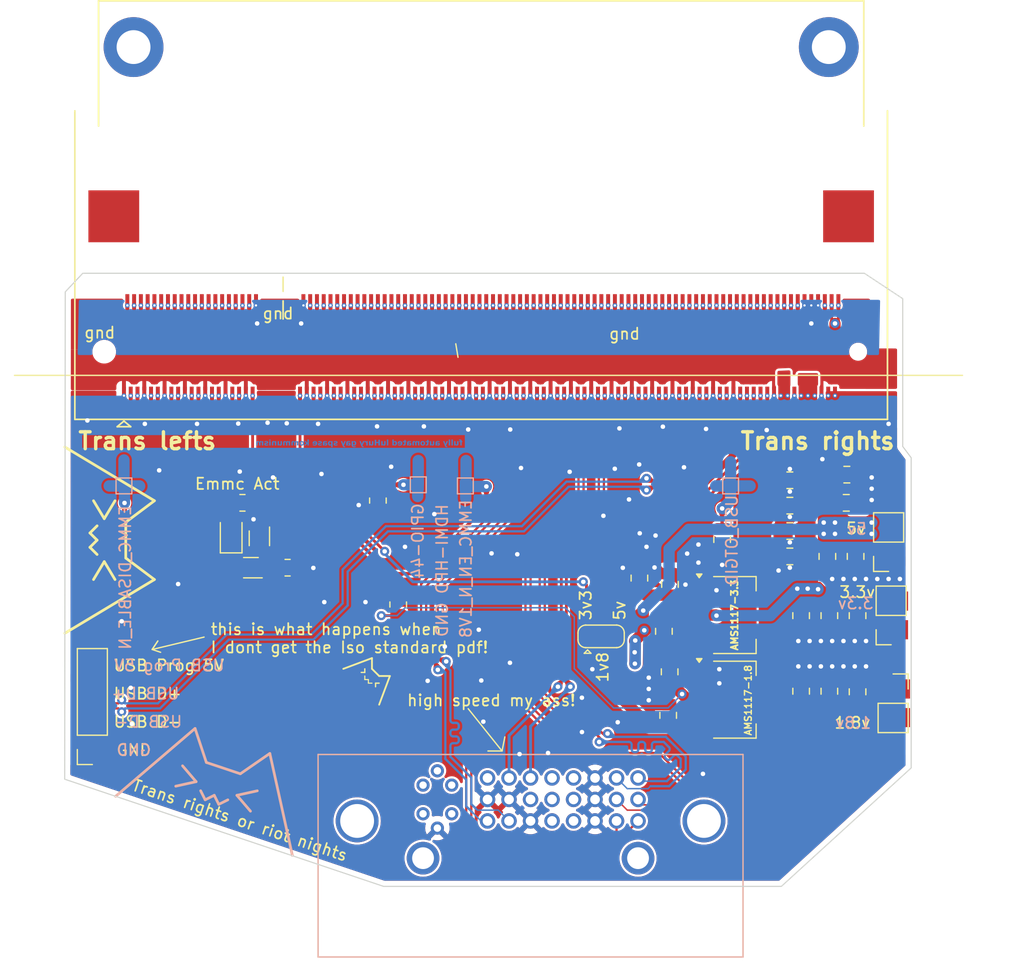
<source format=kicad_pcb>
(kicad_pcb (version 20240108) (generator "pcbnew") (generator_version "8.0")
  (layers (0 "F.Cu" signal) (31 "B.Cu" signal) (34 "B.Paste" user) (35 "F.Paste" user) (36 "B.SilkS" user "B.Silkscreen") (37 "F.SilkS" user "F.Silkscreen") (38 "B.Mask" user) (39 "F.Mask" user) (44 "Edge.Cuts" user))
  (net 0 "")
  (net 1 "VBAT")
  (net 2 "/CM3 Pins/GPIO2")
  (net 3 "GND")
  (net 4 "/CM3 Pins/HDMI_D2_P")
  (net 5 "EMMC_EN_N_1V8")
  (net 6 "/CM3 Pins/DSI1_D_P1")
  (net 7 "unconnected-(J1-Pad130)")
  (net 8 "/CM3 Pins/DSI1_D_P0")
  (net 9 "unconnected-(J1-Pad162)")
  (net 10 "/CM3 Pins/GPIO11")
  (net 11 "/CM3 Pins/HDMI_CEC")
  (net 12 "3V3")
  (net 13 "/CM3 Pins/GPIO4")
  (net 14 "/CM3 Pins/GPIO16")
  (net 15 "/CM3 Pins/DSI0_D_P0")
  (net 16 "/CM3 Pins/HDMI_D1_P")
  (net 17 "unconnected-(J1-Pad128)")
  (net 18 "/CM3 Pins/VC_TMS")
  (net 19 "unconnected-(J1-Pad158)")
  (net 20 "/CM3 Pins/HDMI_D2_N")
  (net 21 "/CM3 Pins/DSI1_D_P2")
  (net 22 "/CM3 Pins/DSI1_D_N3")
  (net 23 "/CM3 Pins/HDMI_CLK_N")
  (net 24 "/CM3 Pins/GPIO15")
  (net 25 "/CM3 Pins/GPIO42")
  (net 26 "/CM3 Pins/HDMI_D1_N")
  (net 27 "/CM3 Pins/GPIO12")
  (net 28 "unconnected-(J1-Pad12)")
  (net 29 "/CM3 Pins/GPIO18")
  (net 30 "unconnected-(J1-Pad124)")
  (net 31 "/CM3 Pins/GPIO1")
  (net 32 "unconnected-(J1-Pad10)")
  (net 33 "/CM3 Pins/GPIO5")
  (net 34 "/CM3 Pins/DSI0_D_P1")
  (net 35 "/CM3 Pins/GPIO9")
  (net 36 "/CM3 Pins/HDMI_CLK_P")
  (net 37 "EMMC_DISABLE_N")
  (net 38 "/CM3 Pins/VC_TCK")
  (net 39 "/CM3 Pins/GPIO17")
  (net 40 "/CM3 Pins/GPIO13")
  (net 41 "/CM3 Pins/GPIO40")
  (net 42 "/CM3 Pins/DSI1_C_N")
  (net 43 "/CM3 Pins/CAM0_D_P0")
  (net 44 "/CM3 Pins/GPIO32")
  (net 45 "unconnected-(J1-Pad126)")
  (net 46 "/CM3 Pins/CAM0_D_P1")
  (net 47 "/CM3 Pins/GPIO7")
  (net 48 "/CM3 Pins/GPIO3")
  (net 49 "/CM3 Pins/GPIO33")
  (net 50 "unconnected-(J1-Pad16)")
  (net 51 "/CM3 Pins/DSI0_C_P")
  (net 52 "/CM3 Pins/GPIO6")
  (net 53 "/CM3 Pins/GPIO0")
  (net 54 "/CM3 Pins/VC_TRST_N")
  (net 55 "/CM3 Pins/GPIO26")
  (net 56 "/CM3 Pins/DSI1_D_N0")
  (net 57 "/CM3 Pins/HDMI_SDA")
  (net 58 "/CM3 Pins/GPIO35")
  (net 59 "unconnected-(J1-Pad154)")
  (net 60 "unconnected-(J1-Pad160)")
  (net 61 "/CM3 Pins/RUN")
  (net 62 "/CM3 Pins/GPIO39")
  (net 63 "/CM3 Pins/GPIO14")
  (net 64 "/CM3 Pins/USB_D_N")
  (net 65 "/CM3 Pins/GPIO27")
  (net 66 "unconnected-(J1-Pad156)")
  (net 67 "/CM3 Pins/GPIO44")
  (net 68 "/CM3 Pins/DSI1_C_P")
  (net 69 "/CM3 Pins/DSI0_D_N1")
  (net 70 "/CM3 Pins/GPIO45")
  (net 71 "/CM3 Pins/GPIO37")
  (net 72 "unconnected-(J1-Pad22)")
  (net 73 "/CM3 Pins/DSI1_D_N2")
  (net 74 "unconnected-(J1-Pad4)")
  (net 75 "/CM3 Pins/GPIO8")
  (net 76 "1V8")
  (net 77 "unconnected-(J1-Pad6)")
  (net 78 "/CM3 Pins/GPIO20")
  (net 79 "unconnected-(J1-Pad24)")
  (net 80 "/CM3 Pins/TVDAC")
  (net 81 "/CM3 Pins/CAM0_C_P")
  (net 82 "unconnected-(J1-Pad132)")
  (net 83 "/CM3 Pins/DSI0_D_N0")
  (net 84 "/CM3 Pins/DSI0_C_N")
  (net 85 "/CM3 Pins/CAM0_D_N1")
  (net 86 "/CM3 Pins/CAM0_C_N")
  (net 87 "/CM3 Pins/HDMI_HPD_N_1V8")
  (net 88 "/CM3 Pins/GPIO25")
  (net 89 "unconnected-(J1-Pad18)")
  (net 90 "/CM3 Pins/VC_TDO")
  (net 91 "/CM3 Pins/GPIO21")
  (net 92 "/CM3 Pins/GPIO43")
  (net 93 "/CM3 Pins/GPIO24")
  (net 94 "/CM3 Pins/USB_OTGID")
  (net 95 "/CM3 Pins/GPIO10")
  (net 96 "/CM3 Pins/GPIO34")
  (net 97 "/CM3 Pins/DSI1_D_N1")
  (net 98 "/CM3 Pins/GPIO23")
  (net 99 "/CM3 Pins/GPIO38")
  (net 100 "/CM3 Pins/HDMI_D0_N")
  (net 101 "/CM3 Pins/USB_D_P")
  (net 102 "/CM3 Pins/DSI1_D_P3")
  (net 103 "/CM3 Pins/HDMI_D0_P")
  (net 104 "/CM3 Pins/GPIO19")
  (net 105 "/CM3 Pins/GPIO36")
  (net 106 "/CM3 Pins/HDMI_SCL")
  (net 107 "/CM3 Pins/GPIO22")
  (net 108 "/CM3 Pins/VC_TDI")
  (net 109 "/CM3 Pins/CAM0_D_N0")
  (net 110 "unconnected-(J1-Pad179)")
  (net 111 "/CM3 Pins/GPIO41")
  (net 124 "/CM3 Pins/GPIO31")
  (net 125 "/CM3 Pins/CAM1_D3_P")
  (net 126 "/CM3 Pins/CAM1_D3_N")
  (net 127 "/CM3 Pins/GPIO28")
  (net 128 "/CM3 Pins/CAM1_D0_N")
  (net 129 "/CM3 Pins/CAM1_D2_P")
  (net 130 "/CM3 Pins/CAM1_C_P")
  (net 131 "/CM3 Pins/CAM1_D0_P")
  (net 132 "/CM3 Pins/GPIO29")
  (net 133 "/CM3 Pins/CAM1_D1_N")
  (net 134 "/CM3 Pins/GPIO30")
  (net 135 "/CM3 Pins/CAM1_D2_N")
  (net 136 "/CM3 Pins/CAM1_C_N")
  (net 137 "/CM3 Pins/CAM1_D1_P")
  (net 138 "Net-(J9-Pin_4)")
  (net 139 "Net-(D1-K)")
  (net 140 "Net-(D1-A)")
  (net 141 "Net-(JP2-C)")
  (footprint "Capacitor_SMD:C_0805_2012Metric" (layer "F.Cu") (at 149.34 96.89 -90)
    (property "Reference" "C2" (hide yes))
    (property "Value" "10uF")
  )
  (footprint "Connector_PinSocket_2.54mm:PinSocket_1x02_P2.54mm_Vertical" (layer "F.Cu") (at 169.65 102)
    (property "Reference" "J8" (hide yes))
    (property "Value" "1.8v" (hide yes))
  )
  (footprint "Capacitor_SMD:C_0805_2012Metric" (layer "F.Cu") (at 166.325 90.25 -90)
    (property "Reference" "C8" (hide yes))
    (property "Value" "100nF")
  )
  (footprint "Connector_PinSocket_2.54mm:PinSocket_1x04_P2.54mm_Vertical" (layer "F.Cu") (at 98.7 107.37 180)
    (property "Reference" "J9" (hide yes))
    (property "Value" "usb")
  )
  (footprint "Capacitor_SMD:C_0805_2012Metric" (layer "F.Cu") (at 164 95.5 -90)
    (property "Reference" "C15" (hide yes))
    (property "Value" "100nF")
  )
  (footprint "Don-Con:DDR2_TE_1473149-4" (layer "F.Cu") (at 133.15 72.1)
    (property "Reference" "J1" (hide yes))
    (property "Value" "SODIMM-200_Split")
  )
  (footprint "Capacitor_SMD:C_0805_2012Metric" (layer "F.Cu") (at 161.5 102.2 90)
    (property "Reference" "C11" (hide yes))
    (property "Value" "100nF")
  )
  (footprint "Capacitor_SMD:C_0805_2012Metric" (layer "F.Cu") (at 166.5 95.5 -90)
    (property "Reference" "C16" (hide yes))
    (property "Value" "100nF")
  )
  (footprint "Package_TO_SOT_SMD:SOT-523" (layer "F.Cu") (at 113.5 88.645 -90)
    (property "Reference" "Q1" (hide yes))
    (property "Value" "DMG1012T")
  )
  (footprint "Resistor_SMD:R_0805_2012Metric" (layer "F.Cu") (at 124 85.3 -90)
    (property "Reference" "R6" (hide yes))
    (property "Value" "100K")
  )
  (footprint "clipboard:6557eba9-0e23-440f-98f2-f6334f2574e9" (layer "F.Cu") (at 104.2 92.3 -90)
    (property "Reference" "")
    (property "Value" "")
  )
  (footprint "Package_TO_SOT_SMD:SOT-523" (layer "F.Cu") (at 112.75 91.25 180)
    (property "Reference" "Q2" (hide yes))
    (property "Value" "DMG1012T")
  )
  (footprint "Capacitor_SMD:C_0805_2012Metric" (layer "F.Cu") (at 160.5 85.75 180)
    (property "Reference" "C18" (hide yes))
    (property "Value" "100nF")
  )
  (footprint "Capacitor_SMD:C_0805_2012Metric" (layer "F.Cu") (at 147.17 92.17 90)
    (property "Reference" "C9" (hide yes))
    (property "Value" "100nF")
  )
  (footprint "Resistor_SMD:R_0805_2012Metric" (layer "F.Cu") (at 116 91.25)
    (property "Reference" "R2" (hide yes))
    (property "Value" "47K")
  )
  (footprint "Capacitor_SMD:C_0805_2012Metric" (layer "F.Cu") (at 149.88 92.73 90)
    (property "Reference" "C3" (hide yes))
    (property "Value" "10uF")
  )
  (footprint "Capacitor_SMD:C_0805_2012Metric" (layer "F.Cu") (at 154.5 88.75 -90)
    (property "Reference" "R1" (hide yes))
    (property "Value" "1K")
  )
  (footprint "Resistor_SMD:R_0805_2012Metric" (layer "F.Cu") (at 112 85.5 180)
    (property "Reference" "R4" (hide yes))
    (property "Value" "470r")
  )
  (footprint "Jumper:SolderJumper-3_P1.3mm_Bridged12_RoundedPad1.0x1.5mm" (layer "F.Cu") (at 143.78 97.3375)
    (property "Reference" "JP2" (hide yes))
    (property "Value" "SolderJumper_3_Bridged12")
  )
  (footprint "Capacitor_SMD:C_0805_2012Metric" (layer "F.Cu") (at 149.85 100.48 90)
    (property "Reference" "C5" (hide yes))
    (property "Value" "10uF")
  )
  (footprint "Capacitor_SMD:C_0805_2012Metric" (layer "F.Cu") (at 160.5 83.5 180)
    (property "Reference" "C17" (hide yes))
    (property "Value" "100nF")
  )
  (footprint "Capacitor_SMD:C_0805_2012Metric" (layer "F.Cu") (at 165.5 85.5)
    (property "Reference" "C19" (hide yes))
    (property "Value" "100nF")
  )
  (footprint "Capacitor_SMD:C_0805_2012Metric" (layer "F.Cu") (at 160.5 90.25 180)
    (property "Reference" "C13" (hide yes))
    (property "Value" "100nF")
  )
  (footprint "Capacitor_SMD:C_0805_2012Metric" (layer "F.Cu") (at 164 102.2 90)
    (property "Reference" "C10" (hide yes))
    (property "Value" "100nF")
  )
  (footprint "Capacitor_SMD:C_0805_2012Metric" (layer "F.Cu") (at 166.5 102.25 90)
    (property "Reference" "C7" (hide yes))
    (property "Value" "100nF")
  )
  (footprint "Capacitor_SMD:C_0805_2012Metric" (layer "F.Cu") (at 149.72 104.34 90)
    (property "Reference" "C4" (hide yes))
    (property "Value" "10uF")
  )
  (footprint "LED_SMD:LED_0805_2012Metric" (layer "F.Cu") (at 111 88.25 90)
    (property "Reference" "D1" (hide yes))
    (property "Value" "LED")
  )
  (footprint "Capacitor_SMD:C_0805_2012Metric" (layer "F.Cu") (at 163.825 90.25 -90)
    (property "Reference" "C6" (hide yes))
    (property "Value" "10uF")
  )
  (footprint "Capacitor_SMD:C_0805_2012Metric" (layer "F.Cu") (at 160.5 88 180)
    (property "Reference" "C12" (hide yes))
    (property "Value" "100nF")
  )
  (footprint "Connector_PinSocket_2.54mm:PinSocket_1x02_P2.54mm_Vertical" (layer "F.Cu") (at 169.475 96.75 180)
    (property "Reference" "J4" (hide yes))
    (property "Value" "3.3v" (hide yes))
  )
  (footprint "Capacitor_SMD:C_0805_2012Metric" (layer "F.Cu") (at 165.55 83)
    (property "Reference" "C1" (hide yes))
    (property "Value" "100nF")
  )
  (footprint "Package_TO_SOT_SMD:SOT-223-3_TabPin2" (layer "F.Cu") (at 155.6 95.45)
    (property "Reference" "U1" (hide yes))
    (property "Value" "AMS1117-3.3")
  )
  (footprint "Connector_PinSocket_2.54mm:PinSocket_1x02_P2.54mm_Vertical" (layer "F.Cu") (at 169.25 90.25 180)
    (property "Reference" "J7" (hide yes))
    (property "Value" "5v" (hide yes))
  )
  (footprint "Package_TO_SOT_SMD:SOT-223-3_TabPin2" (layer "F.Cu") (at 155.6 102.95)
    (property "Reference" "U2" (hide yes))
    (property "Value" "AMS1117-1.8")
  )
  (footprint "Capacitor_SMD:C_0805_2012Metric" (layer "F.Cu") (at 161.5 95.5 -90)
    (property "Reference" "C14" (hide yes))
    (property "Value" "100nF")
  )
  (footprint "clipboard:a4ef9909-fd0d-4325-b721-132aabc10d95" (layer "F.Cu") (at 122.8 105.96125)
    (property "Reference" "")
    (property "Value" "")
  )
  (footprint "Resistor_SMD:R_0805_2012Metric" (layer "F.Cu") (at 125.8 94.5125 90)
    (property "Reference" "R3" (hide yes))
    (property "Value" "100K")
  )
  (footprint "675024321321:675024321321" (layer "B.Cu") (at 140.3825 111.795 180)
    (property "Reference" "K1" (hide yes))
    (property "Value" "675024321321")
  )
  (footprint "TestPoint:TestPoint_Pad_1.0x1.0mm" (layer "B.Cu") (at 155.25 84 180)
    (property "Reference" "TP4" (hide yes))
    (property "Value" "USB_OTGID" (hide yes))
  )
  (footprint "clipboard:6557eba9-0e23-440f-98f2-f6334f2574e9" (layer "B.Cu") (at 107.8 105.5 161.5)
    (property "Reference" "")
    (property "Value" "")
  )
  (footprint "TestPoint:TestPoint_Pad_1.0x1.0mm" (layer "B.Cu") (at 101.5 84 180)
    (property "Reference" "TP2" (hide yes))
    (property "Value" "EMMC_DISABLE_N" (hide yes))
  )
  (footprint "TestPoint:TestPoint_Pad_1.0x1.0mm" (layer "B.Cu") (at 127.575 83.9 180)
    (property "Reference" "TP3" (hide yes))
    (property "Value" "GPIO-44" (hide yes))
  )
  (footprint "TestPoint:TestPoint_Pad_1.0x1.0mm" (layer "B.Cu") (at 131.75 84 180)
    (property "Reference" "TP1" (hide yes))
    (property "Value" "EMMC_EN_N_1V8" (hide yes))
  )
  (gr_line (start 91.8 74.2) (end 175.8 74.2) (stroke (width 0.12)) (layer "F.SilkS"))
  (gr_line (start 135 107.5) (end 135.25 106.25) (stroke (width 0.12)) (layer "F.SilkS"))
  (gr_line (start 108.6 97.4) (end 104 98.5) (stroke (width 0.12)) (layer "F.SilkS"))
  (gr_line (start 104.5 97.75) (end 104 98.5) (stroke (width 0.12)) (layer "F.SilkS"))
  (gr_line (start 132 103.75) (end 135 107.5) (stroke (width 0.12)) (layer "F.SilkS"))
  (gr_line (start 133.75 107.5) (end 135 107.5) (stroke (width 0.12)) (layer "F.SilkS"))
  (gr_line (start 104 98.5) (end 104.5 97.75) (stroke (width 0.12)) (layer "F.SilkS"))
  (gr_line (start 130.9 71.4) (end 131.1 72.6) (stroke (width 0.12)) (layer "F.SilkS"))
  (gr_line (start 104 98.5) (end 104.75 98.75) (stroke (width 0.12)) (layer "F.SilkS"))
  (gr_poly (pts (xy 171.25 81.5) (xy 171.25 109) (xy 159.75 119.5) (xy 124.5 119.5) (xy 96.25 110) (xy 96.3 66.8) (xy 97.85 65.15) (xy 167.1 65.15) (xy 170.5 67.4) (xy 170.5 80.5)) (stroke (width 0.1)) (fill none) (layer "Edge.Cuts"))
  (gr_text "fully automated luHury gay spase kommunism" (at 131.5 80.5 0) (layer "B.Cu") (effects (font (size 0.5 0.5) (thickness 0.125) (bold yes)) (justify left bottom mirror)))
  (gr_text "USB_OTGID" (at 155.95 84.7 90) (layer "B.SilkS") (effects (font (size 1 1)) (justify left bottom mirror)))
  (gr_text "EMMC_DISABLE_N" (at 102.2 85.65 90) (layer "B.SilkS") (effects (font (size 1 1)) (justify left bottom mirror)))
  (gr_text "USB D-" (at 106.75 105.5 -0) (layer "B.SilkS") (effects (font (size 1 1)) (justify left bottom mirror)))
  (gr_text "EMMC_EN_N_1V8" (at 132.38 85.13 90) (layer "B.SilkS") (effects (font (size 1 1)) (justify left bottom mirror)))
  (gr_text "HDMI-HPD GND" (at 130.275 85.525 90) (layer "B.SilkS") (effects (font (size 1 1)) (justify left bottom mirror)))
  (gr_text "GND\n" (at 104 108 -0) (layer "B.SilkS") (effects (font (size 1 1)) (justify left bottom mirror)))
  (gr_text "3.3v" (at 168 95 -0) (layer "B.SilkS") (effects (font (size 1 1)) (justify left bottom mirror)))
  (gr_text "USB D+" (at 106.5 103 -0) (layer "B.SilkS") (effects (font (size 1 1)) (justify left bottom mirror)))
  (gr_text "1.8v" (at 167.8 105.6 -0) (layer "B.SilkS") (effects (font (size 1 1)) (justify left bottom mirror)))
  (gr_text "GPIO-44" (at 128.125 85.45 90) (layer "B.SilkS") (effects (font (size 1 1)) (justify left bottom mirror)))
  (gr_text "5v" (at 167.4 88.4 -0) (layer "B.SilkS") (effects (font (size 1 1)) (justify left bottom mirror)))
  (gr_text "USB Prog 5V" (at 110.5 100.5 -0) (layer "B.SilkS") (effects (font (size 1 1)) (justify left bottom mirror)))
  (gr_text "gnd\n" (at 113.7 69.3 0) (layer "F.SilkS") (effects (font (size 1 1)) (justify left bottom)))
  (gr_text "1v8" (at 144.5 101.5 90) (layer "F.SilkS") (effects (font (size 1 1)) (justify left bottom)))
  (gr_text "3.3v" (at 164.8 94 0) (layer "F.SilkS") (effects (font (size 1 1)) (justify left bottom)))
  (gr_text "3v3" (at 143 96 90) (layer "F.SilkS") (effects (font (size 1 1)) (justify left bottom)))
  (gr_text "USB Prog 5V" (at 100.5 100.5 0) (layer "F.SilkS") (effects (font (size 1 1)) (justify left bottom)))
  (gr_text "high speed my ass!" (at 126.5 103.6 0) (layer "F.SilkS") (effects (font (size 1 1)) (justify left bottom)))
  (gr_text "1.8v" (at 164.36 105.59 0) (layer "F.SilkS") (effects (font (size 1 1)) (justify left bottom)))
  (gr_text "USB D-" (at 100.5 105.5 0) (layer "F.SilkS") (effects (font (size 1 1)) (justify left bottom)))
  (gr_text "Emmc Act" (at 107.7 84.4 0) (layer "F.SilkS") (effects (font (size 1 1)) (justify left bottom)))
  (gr_text "this is what happens when \nI dont get the Iso standard pdf!\n" (at 109.1 98.9 0) (layer "F.SilkS") (effects (font (size 1 1)) (justify left bottom)))
  (gr_text "Trans lefts" (at 97.3 80.9 0) (layer "F.SilkS") (effects (font (size 1.5 1.5) (thickness 0.3) (bold yes)) (justify left bottom)))
  (gr_text "Trans rights or riot nights" (at 102 111 341.5) (layer "F.SilkS") (effects (font (size 1 1)) (justify left bottom)))
  (gr_text "gnd\n" (at 97.9 71 0) (layer "F.SilkS") (effects (font (size 1 1)) (justify left bottom)))
  (gr_text "5v" (at 146 96 90) (layer "F.SilkS") (effects (font (size 1 1)) (justify left bottom)))
  (gr_text "gnd\n" (at 144.4 71.1 0) (layer "F.SilkS") (effects (font (size 1 1)) (justify left bottom)))
  (gr_text "5v" (at 165.4 88.35 0) (layer "F.SilkS") (effects (font (size 1 1)) (justify left bottom)))
  (gr_text "GND\n" (at 100.75 108 0) (layer "F.SilkS") (effects (font (size 1 1)) (justify left bottom)))
  (gr_text "USB D+" (at 100.5 103 0) (layer "F.SilkS") (effects (font (size 1 1)) (justify left bottom)))
  (gr_text "Trans rights" (at 155.98 80.9 0) (layer "F.SilkS") (effects (font (size 1.5 1.5) (thickness 0.3) (bold yes)) (justify left bottom)))
  (segment (start 147.51 96.71) (end 147.6 96.8) (width 1) (layer "F.Cu") (net 1))
  (segment (start 147.6 96.9) (end 146.8 97.7) (width 1) (layer "F.Cu") (net 1))
  (segment (start 147.51 95.05) (end 147.51 96.71) (width 1) (layer "F.Cu") (net 1))
  (segment (start 145.08 97.3375) (end 146.6575 95.76) (width 1) (layer "F.Cu") (net 1))
  (segment (start 147.51 95.05) (end 146.8 95.76) (width 1) (layer "F.Cu") (net 1))
  (segment (start 152.45 97.75) (end 151.45 97.75) (width 1) (layer "F.Cu") (net 1))
  (segment (start 164.5 69.6) (end 164.5 70.4) (width 1) (layer "F.Cu") (net 1))
  (segment (start 149.64 95.94) (end 149.34 95.94) (width 1) (layer "F.Cu") (net 1))
  (segment (start 146.77 99.76) (end 146.8 97.7) (width 1) (layer "F.Cu") (net 1))
  (segment (start 148.56 95.94) (end 149.34 95.94) (width 1) (layer "F.Cu") (net 1))
  (segment (start 147.7 96.8) (end 148.56 95.94) (width 1) (layer "F.Cu") (net 1))
  (segment (start 147.6 96.8) (end 147.7 96.8) (width 1) (layer "F.Cu") (net 1))
  (segment (start 164.8 69.3) (end 164.5 69.6) (width 0.25) (layer "F.Cu") (net 1))
  (segment (start 164.8 68) (end 164.8 69.3) (width 0.25) (layer "F.Cu") (net 1))
  (segment (start 147.6 96.8) (end 147.6 96.9) (width 1) (layer "F.Cu") (net 1))
  (segment (start 151.45 97.75) (end 149.64 95.94) (width 1) (layer "F.Cu") (net 1))
  (segment (start 164.2 68) (end 164.2 69.3) (width 0.25) (layer "F.Cu") (net 1))
  (segment (start 164.2 69.3) (end 164.5 69.6) (width 0.25) (layer "F.Cu") (net 1))
  (segment (start 146.6575 95.76) (end 146.8 95.76) (width 1) (layer "F.Cu") (net 1))
  (segment (start 146.74 97.76) (end 146.8 97.7) (width 1) (layer "F.Cu") (net 1))
  (via (at 164.5 88.25) (size 0.8) (drill 0.4) (layers "F.Cu" "B.Cu") (net 1))
  (via (at 146.77 99.76) (size 0.8) (drill 0.4) (layers "F.Cu" "B.Cu") (net 1))
  (via (at 164.5 87.25) (size 0.8) (drill 0.4) (layers "F.Cu" "B.Cu") (net 1))
  (via (at 167.75 87.25) (size 0.8) (drill 0.4) (layers "F.Cu" "B.Cu") (net 1))
  (via (at 164.5 76) (size 0.4) (drill 0.2) (layers "F.Cu" "B.Cu") (net 1))
  (via (at 147.51 95.05) (size 0.8) (drill 0.4) (layers "F.Cu" "B.Cu") (net 1))
  (via (at 164.2 68) (size 0.4) (drill 0.2) (layers "F.Cu" "B.Cu") (net 1))
  (via (at 164.5 69.6) (size 0.8) (drill 0.4) (layers "F.Cu" "B.Cu") (net 1))
  (via (at 167.75 88.25) (size 0.8) (drill 0.4) (layers "F.Cu" "B.Cu") (net 1))
  (via (at 146.75 98.75) (size 0.8) (drill 0.4) (layers "F.Cu" "B.Cu") (net 1))
  (via (at 146.8 97.7) (size 0.8) (drill 0.4) (layers "F.Cu" "B.Cu") (net 1))
  (via (at 163.5 87.25) (size 0.8) (drill 0.4) (layers "F.Cu" "B.Cu") (net 1))
  (via (at 163.9 76) (size 0.4) (drill 0.2) (layers "F.Cu" "B.Cu") (net 1))
  (via (at 163.5 88.25) (size 0.8) (drill 0.4) (layers "F.Cu" "B.Cu") (net 1))
  (via (at 164.8 68) (size 0.4) (drill 0.2) (layers "F.Cu" "B.Cu") (net 1))
  (via (at 147.6 96.8) (size 0.8) (drill 0.4) (layers "F.Cu" "B.Cu") (net 1))
  (segment (start 147.51 95.05) (end 147.51 94.934365) (width 1) (layer "B.Cu") (net 1))
  (segment (start 163.5 88.25) (end 164.5 88.25) (width 1) (layer "B.Cu") (net 1))
  (segment (start 146.8 97.7) (end 146.8 99.73) (width 1) (layer "B.Cu") (net 1))
  (segment (start 147.51 94.934365) (end 149.8 92.644365) (width 1) (layer "B.Cu") (net 1))
  (segment (start 167.15 87.85) (end 167.75 87.25) (width 1) (layer "B.Cu") (net 1))
  (segment (start 167.75 88.25) (end 164.5 88.25) (width 1) (layer "B.Cu") (net 1))
  (segment (start 146.8 99.73) (end 146.77 99.76) (width 1) (layer "B.Cu") (net 1))
  (segment (start 151.55 87.85) (end 167.15 87.85) (width 1) (layer "B.Cu") (net 1))
  (segment (start 149.8 92.644365) (end 149.8 89.6) (width 1) (layer "B.Cu") (net 1))
  (segment (start 167.75 87.25) (end 164.5 87.25) (width 1) (layer "B.Cu") (net 1))
  (segment (start 163.5 87.25) (end 164.5 87.25) (width 1) (layer "B.Cu") (net 1))
  (segment (start 149.8 89.6) (end 151.55 87.85) (width 1) (layer "B.Cu") (net 1))
  (via (at 103.9 76) (size 0.4) (drill 0.2) (layers "F.Cu" "B.Cu") (net 2))
  (segment (start 163.3 81.55) (end 163.38 81.63) (width 0.3) (layer "F.Cu") (net 3))
  (segment (start 152.45 100.65) (end 153.85 100.65) (width 1) (layer "F.Cu") (net 3))
  (segment (start 149.06 91.78) (end 149.88 91.78) (width 1) (layer "F.Cu") (net 3))
  (segment (start 147.18 91.23) (end 147.17 91.22) (width 1) (layer "F.Cu") (net 3))
  (segment (start 154.25 100.25) (end 154.25 101.5) (width 1) (layer "F.Cu") (net 3))
  (segment (start 149.85 99.53) (end 151.33 99.53) (width 1) (layer "F.Cu") (net 3))
  (segment (start 149.47 99.53) (end 149.85 99.53) (width 1) (layer "F.Cu") (net 3))
  (segment (start 149.34 97.84) (end 149.85 98.35) (width 1) (layer "F.Cu") (net 3))
  (segment (start 149.85 98.35) (end 149.85 99.53) (width 1) (layer "F.Cu") (net 3))
  (segment (start 151.33 99.53) (end 152.45 100.65) (width 1) (layer "F.Cu") (net 3))
  (segment (start 153.4 100.65) (end 154.25 101.5) (width 1) (layer "F.Cu") (net 3))
  (segment (start 113 88) (end 113 86.98) (width 0.3) (layer "F.Cu") (net 3))
  (segment (start 122.3 85.7) (end 122.8125 86.2125) (width 0.3) (layer "F.Cu") (net 3))
  (segment (start 118.26 91.25) (end 118.28 91.27) (width 0.3) (layer "F.Cu") (net 3))
  (segment (start 152.45 93.15) (end 151.65 93.15) (width 1) (layer "F.Cu") (net 3))
  (segment (start 154.25 101.05) (end 153.85 100.65) (width 1) (layer "F.Cu") (net 3))
  (segment (start 148.51 91.23) (end 147.18 91.23) (width 1) (layer "F.Cu") (net 3))
  (segment (start 151.65 93.15) (end 151.25 92.75) (width 1) (layer "F.Cu") (net 3))
  (segment (start 148 103) (end 148 102) (width 1) (layer "F.Cu") (net 3))
  (segment (start 153.85 100.65) (end 154.25 100.25) (width 1) (layer "F.Cu") (net 3))
  (segment (start 154.5 89.7) (end 154.5 91) (width 0.25) (layer "F.Cu") (net 3))
  (segment (start 152.45 93.15) (end 153.9 93.15) (width 1) (layer "F.Cu") (net 3))
  (segment (start 145.7 91.26) (end 147.13 91.26) (width 1) (layer "F.Cu") (net 3))
  (segment (start 148 103.25) (end 148 103) (width 1) (layer "F.Cu") (net 3))
  (segment (start 116.9125 91.25) (end 118.26 91.25) (width 0.3) (layer "F.Cu") (net 3))
  (segment (start 149.72 103.39) (end 148.14 103.39) (width 1) (layer "F.Cu") (net 3))
  (segment (start 152.45 100.65) (end 153.4 100.65) (width 1) (layer "F.Cu") (net 3))
  (segment (start 122.8125 86.2125) (end 124 86.2125) (width 0.3) (layer "F.Cu") (net 3))
  (segment (start 153.9 93.15) (end 154 93.25) (width 1) (layer "F.Cu") (net 3))
  (segment (start 148.14 103.39) (end 148 103.25) (width 1) (layer "F.Cu") (net 3))
  (segment (start 113 86.98) (end 112.98 86.96) (width 0.3) (layer "F.Cu") (net 3))
  (segment (start 151.25 92.75) (end 150.28 91.78) (width 1) (layer "F.Cu") (net 3))
  (segment (start 148 102) (end 148 101) (width 1) (layer "F.Cu") (net 3))
  (segment (start 148 101) (end 149.47 99.53) (width 1) (layer "F.Cu") (net 3))
  (segment (start 150.28 91.78) (end 149.88 91.78) (width 1) (layer "F.Cu") (net 3))
  (segment (start 147.13 91.26) (end 147.17 91.22) (width 1) (layer "F.Cu") (net 3))
  (segment (start 148.51 91.23) (end 149.06 91.78) (width 1) (layer "F.Cu") (net 3))
  (segment (start 154.25 101.5) (end 154.25 101.05) (width 1) (layer "F.Cu") (net 3))
  (segment (start 163.3 76.2) (end 163.3 81.55) (width 0.3) (layer "F.Cu") (net 3))
  (via (at 163.6 68) (size 0.4) (drill 0.2) (layers "F.Cu" "B.Cu") (net 3))
  (via (at 161.2 68) (size 0.4) (drill 0.2) (layers "F.Cu" "B.Cu") (net 3))
  (via (at 123.4 68) (size 0.4) (drill 0.2) (layers "F.Cu" "B.Cu") (net 3))
  (via (at 145.25 104.95) (size 0.8) (drill 0.4) (layers "F.Cu" "B.Cu") (net 3))
  (via (at 110.5 76) (size 0.4) (drill 0.2) (layers "F.Cu" "B.Cu") (net 3))
  (via (at 160.5 82.5) (size 0.8) (drill 0.4) (layers "F.Cu" "B.Cu") (net 3))
  (via (at 132.4 68) (size 0.4) (drill 0.2) (layers "F.Cu" "B.Cu") (net 3))
  (via (at 122.9 94.3) (size 0.8) (drill 0.4) (layers "F.Cu" "B.Cu") (net 3))
  (via (at 114.225 78.4) (size 0.8) (drill 0.4) (layers "F.Cu" "B.Cu") (net 3))
  (via (at 125.175 82.3) (size 0.8) (drill 0.4) (layers "F.Cu" "B.Cu") (net 3))
  (via (at 121.3 76) (size 0.4) (drill 0.2) (layers "F.Cu" "B.Cu") (net 3))
  (via (at 143.98 86.65) (size 0.8) (drill 0.4) (layers "F.Cu" "B.Cu") (net 3))
  (via (at 162.25 100) (size 0.8) (drill 0.4) (layers "F.Cu" "B.Cu") (net 3))
  (via (at 128.075 78.725) (size 0.8) (drill 0.4) (layers "F.Cu" "B.Cu") (net 3))
  (via (at 159.4 68) (size 0.4) (drill 0.2) (layers "F.Cu" "B.Cu") (net 3))
  (via (at 126.4 89.4) (size 0.8) (drill 0.4) (layers "F.Cu" "B.Cu") (net 3))
  (via (at 147.8 89.4) (size 0.8) (drill 0.4) (layers "F.Cu" "B.Cu") (net 3))
  (via (at 135.7 99.68) (size 0.8) (drill 0.4) (layers "F.Cu" "B.Cu") (net 3))
  (via (at 145.7 91.26) (size 0.8) (drill 0.4) (layers "F.Cu" "B.Cu") (net 3))
  (via (at 135.725 79) (size 0.8) (drill 0.4) (layers "F.Cu" "B.Cu") (net 3))
  (via (at 144.7 76) (size 0.4) (drill 0.2) (layers "F.Cu" "B.Cu") (net 3))
  (via (at 154 68) (size 0.4) (drill 0.2) (layers "F.Cu" "B.Cu") (net 3))
  (via (at 153.7 76) (size 0.4) (drill 0.2) (layers "F.Cu" "B.Cu") (net 3))
  (via (at 166.25 100) (size 0.8) (drill 0.4) (layers "F.Cu" "B.Cu") (net 3))
  (via (at 103.35 78.5) (size 0.8) (drill 0.4) (layers "F.Cu" "B.Cu") (net 3))
  (via (at 160.5 84.5) (size 0.8) (drill 0.4) (layers "F.Cu" "B.Cu") (net 3))
  (via (at 167.75 85.25) (size 0.8) (drill 0.4) (layers "F.Cu" "B.Cu") (net 3))
  (via (at 139.6 68) (size 0.4) (drill 0.2) (layers "F.Cu" "B.Cu") (net 3))
  (via (at 163.25 97.75) (size 0.8) (drill 0.4) (layers "F.Cu" "B.Cu") (net 3))
  (via (at 167.25 92.25) (size 0.8) (drill 0.4) (layers "F.Cu" "B.Cu") (net 3))
  (via (at 166.25 97.75) (size 0.8) (drill 0.4) (layers "F.Cu" "B.Cu") (net 3))
  (via (at 161.25 97.75) (size 0.8) (drill 0.4) (layers "F.Cu" "B.Cu") (net 3))
  (via (at 148.6 68) (size 0.4) (drill 0.2) (layers "F.Cu" "B.Cu") (net 3))
  (via (at 101.5 76) (size 0.4) (drill 0.2) (layers "F.Cu" "B.Cu") (net 3))
  (via (at 167.25 97.75) (size 0.8) (drill 0.4) (layers "F.Cu" "B.Cu") (net 3))
  (via (at 145 68) (size 0.4) (drill 0.2) (layers "F.Cu" "B.Cu") (net 3))
  (via (at 111.625 78.475) (size 0.8) (drill 0.4) (layers "F.Cu" "B.Cu") (net 3))
  (via (at 154.25 101.5) (size 0.8) (drill 0.4) (layers "F.Cu" "B.Cu") (net 3))
  (via (at 154 93.25) (size 0.8) (drill 0.4) (layers "F.Cu" "B.Cu") (net 3))
  (via (at 154.25 100.25) (size 0.8) (drill 0.4) (layers "F.Cu" "B.Cu") (net 3))
  (via (at 164.25 97.75) (size 0.8) (drill 0.4) (layers "F.Cu" "B.Cu") (net 3))
  (via (at 159.5 91.5) (size 0.8) (drill 0.4) (layers "F.Cu" "B.Cu") (net 3))
  (via (at 132 79) (size 0.8) (drill 0.4) (layers "F.Cu" "B.Cu") (net 3))
  (via (at 147.15 82.1) (size 0.8) (drill 0.4) (layers "F.Cu" "B.Cu") (net 3))
  (via (at 103.6 68) (size 0.4) (drill 0.2) (layers "F.Cu" "B.Cu") (net 3))
  (via (at 142.08 105.82) (size 0.8) (drill 0.4) (layers "F.Cu" "B.Cu") (net 3))
  (via (at 146.5 76) (size 0.4) (drill 0.2) (layers "F.Cu" "B.Cu") (net 3))
  (via (at 163.3 76) (size 0.4) (drill 0.2) (layers "F.Cu" "B.Cu") (net 3))
  (via (at 152.8 109.525) (size 0.8) (drill 0.4) (layers "F.Cu" "B.Cu") (net 3))
  (via (at 160.5 86.75) (size 0.8) (drill 0.4) (layers "F.Cu" "B.Cu") (net 3))
  (via (at 118.28 91.27) (size 0.8) (drill 0.4) (layers "F.Cu" "B.Cu") (net 3))
  (via (at 147.2 88.2) (size 0.8) (drill 0.4) (layers "F.Cu" "B.Cu") (net 3))
  (via (at 119.25 94.3) (size 0.8) (drill 0.4) (layers "F.Cu" "B.Cu") (net 3))
  (via (at 102.2 105.1) (size 0.8) (drill 0.4) (layers "F.Cu" "B.Cu") (net 3))
  (via (at 148.6 88.4) (size 0.8) (drill 0.4) (layers "F.Cu" "B.Cu") (net 3))
  (via (at 167.25 100) (size 0.8) (drill 0.4) (layers "F.Cu" "B.Cu") (net 3))
  (via (at 169.25 92.25) (size 0.8) (drill 0.4) (layers "F.Cu" "B.Cu") (net 3))
  (via (at 117.7 76) (size 0.4) (drill 0.2) (layers "F.Cu" "B.Cu") (net 3))
  (via (at 130.3 76) (size 0.4) (drill 0.2) (layers "F.Cu" "B.Cu") (net 3))
  (via (at 123.1 76) (size 0.4) (drill 0.2) (layers "F.Cu" "B.Cu") (net 3))
  (via (at 146.25 85.2) (size 0.8) (drill 0.4) (layers "F.Cu" "B.Cu") (net 3))
  (via (at 121.6 68) (size 0.4) (drill 0.2) (layers "F.Cu" "B.Cu") (net 3))
  (via (at 112.6 68) (size 0.4) (drill 0.2) (layers "F.Cu" "B.Cu") (net 3))
  (via (at 127 68) (size 0.4) (drill 0.2) (layers "F.Cu" "B.Cu") (net 3))
  (via (at 139.3 76) (size 0.4) (drill 0.2) (layers "F.Cu" "B.Cu") (net 3))
  (via (at 119.8 68) (size 0.4) (drill 0.2) (layers "F.Cu" "B.Cu") (net 3))
  (via (at 165.25 100) (size 0.8) (drill 0.4) (layers "F.Cu" "B.Cu") (net 3))
  (via (at 150.4 68) (size 0.4) (drill 0.2) (layers "F.Cu" "B.Cu") (net 3))
  (via (at 158.45 79.05) (size 0.8) (drill 0.4) (layers "F.Cu" "B.Cu") (net 3))
  (via (at 154.5 91) (size 0.8) (drill 0.4) (layers "F.Cu" "B.Cu") (net 3))
  (via (at 123.925 78.725) (size 0.8) (drill 0.4) (layers "F.Cu" "B.Cu") (net 3))
  (via (at 152.4 90.8) (size 0.8) (drill 0.4) (layers "F.Cu" "B.Cu") (net 3))
  (via (at 109 68) (size 0.4) (drill 0.2) (layers "F.Cu" "B.Cu") (net 3))
  (via (at 134.07 89.98) (size 0.8) (drill 0.4) (layers "F.Cu" "B.Cu") (net 3))
  (via (at 101.3 96) (size 0.8) (drill 0.4) (layers "F.Cu" "B.Cu") (net 3))
  (via (at 108.7 76) (size 0.4) (drill 0.2) (layers "F.Cu" "B.Cu") (net 3))
  (via (at 145.4 78.9) (size 0.8) (drill 0.4) (layers "F.Cu" "B.Cu") (net 3))
  (via (at 163.38 81.63) (size 0.8) (drill 0.4) (layers "F.Cu" "B.Cu") (net 3))
  (via (at 115.925 78.45) (size 0.8) (drill 0.4) (layers "F.Cu" "B.Cu") (net 3))
  (via (at 163.25 100) (size 0.8) (drill 0.4) (layers "F.Cu" "B.Cu") (net 3))
  (via (at 151.25 92.75) (size 0.8) (drill 0.4) (layers "F.Cu" "B.Cu") (net 3))
  (via (at 104.62 82.62) (size 0.8) (drill 0.4) (layers "F.Cu" "B.Cu") (net 3))
  (via (at 166.25 92.25) (size 0.8) (drill 0.4) (layers "F.Cu" "B.Cu") (net 3))
  (via (at 148 103) (size 0.8) (drill 0.4) (layers "F.Cu" "B.Cu") (net 3))
  (via (at 136.68 82.41) (size 0.8) (drill 0.4) (layers "F.Cu" "B.Cu") (net 3))
  (via (at 164.25 100) (size 0.8) (drill 0.4) (layers "F.Cu" "B.Cu") (net 3))
  (via (at 143 100.25) (size 0.8) (drill 0.4) (layers "F.Cu" "B.Cu") (net 3))
  (via (at 137.5 76) (size 0.4) (drill 0.2) (layers "F.Cu" "B.Cu") (net 3))
  (via (at 128.5 76) (size 0.4) (drill 0.2) (layers "F.Cu" "B.Cu") (net 3))
  (via (at 162.25 97.75) (size 0.8) (drill 0.4) (layers "F.Cu" "B.Cu") (net 3))
  (via (at 119 82.94) (size 0.8) (drill 0.4) (layers "F.Cu" "B.Cu") (net 3))
  (via (at 133.16 101.25) (size 0.8) (drill 0.4) (layers "F.Cu" "B.Cu") (net 3))
  (via (at 155.5 76) (size 0.4) (drill 0.2) (layers "F.Cu" "B.Cu") (net 3))
  (via (at 134.2 68) (size 0.4) (drill 0.2) (layers "F.Cu" "B.Cu") (net 3))
  (via (at 103.3 76) (size 0.4) (drill 0.2) (layers "F.Cu" "B.Cu") (net 3))
  (via (at 165.25 97.75) (size 0.8) (drill 0.4) (layers "F.Cu" "B.Cu") (net 3))
  (via (at 139.075 107.675) (size 0.8) (drill 0.4) (layers "F.Cu" "B.Cu") (net 3))
  (via (at 128.41 101.28) (size 0.8) (drill 0.4) (layers "F.Cu" "B.Cu") (net 3))
  (via (at 168.25 92.25) (size 0.8) (drill 0.4) (layers "F.Cu" "B.Cu") (net 3))
  (via (at 125.2 68) (size 0.4) (drill 0.2) (layers "F.Cu" "B.Cu") (net 3))
  (via (at 110.8 68) (size 0.4) (drill 0.2) (layers "F.Cu" "B.Cu") (net 3))
  (via (at 142.075 102.775) (size 0.8) (drill 0.4) (layers "F.Cu" "B.Cu") (net 3))
  (via (at 140.99 82.75) (size 0.8) (drill 0.4) (layers "F.Cu" "B.Cu") (net 3))
  (via (at 136.55 107.775) (size 0.8) (drill 0.4) (layers "F.Cu" "B.Cu") (net 3))
  (via (at 160.5 91.25) (size 0.8) (drill 0.4) (layers "F.Cu" "B.Cu") (net 3))
  (via (at 141.4 68) (size 0.4) (drill 0.2) (layers "F.Cu" "B.Cu") (net 3))
  (via (at 150.1 76) (size 0.4) (drill 0.2) (layers "F.Cu" "B.Cu") (net 3))
  (via (at 161.25 100) (size 0.8) (drill 0.4) (layers "F.Cu" "B.Cu") (net 3))
  (via (at 112.3 76) (size 0.4) (drill 0.2) (layers "F.Cu" "B.Cu") (net 3))
  (via (at 169.25 78.5) (size 0.8) (drill 0.4) (layers "F.Cu" "B.Cu") (net 3))
  (via (at 111.76 82.73) (size 0.8) (drill 0.4) (layers "F.Cu" "B.Cu") (net 3))
  (via (at 107.975 78.5) (size 0.8) (drill 0.4) (layers "F.Cu" "B.Cu") (net 3))
  (via (at 102.1 101.9) (size 0.8) (drill 0.4) (layers "F.Cu" "B.Cu") (net 3))
  (via (at 98.26 78.2) (size 0.8) (drill 0.4) (layers "F.Cu" "B.Cu") (net 3))
  (via (at 137.8 68) (size 0.4) (drill 0.2) (layers "F.Cu" "B.Cu") (net 3))
  (via (at 153.075 78.95) (size 0.8) (drill 0.4) (layers "F.Cu" "B.Cu") (net 3))
  (via (at 159.1 76) (size 0.4) (drill 0.2) (layers "F.Cu" "B.Cu") (net 3))
  (via (at 136.35 90.06) (size 0.8) (drill 0.4) (layers "F.Cu" "B.Cu") (net 3))
  (via (at 170.25 92.25) (size 0.8) (drill 0.4) (layers "F.Cu" "B.Cu") (net 3))
  (via (at 112.98 86.96) (size 0.8) (drill 0.4) (layers "F.Cu" "B.Cu") (net 3))
  (via (at 155.8 68) (size 0.4) (drill 0.2) (layers "F.Cu" "B.Cu") (net 3))
  (via (at 136 68) (size 0.4) (drill 0.2) (layers "F.Cu" "B.Cu") (net 3))
  (via (at 106.9 76) (size 0.4) (drill 0.2) (layers "F.Cu" "B.Cu") (net 3))
  (via (at 148 102) (size 0.8) (drill 0.4) (layers "F.Cu" "B.Cu") (net 3))
  (via (at 130.6 68) (size 0.4) (drill 0.2) (layers "F.Cu" "B.Cu") (net 3))
  (via (at 148.3 76) (size 0.4) (drill 0.2) (layers "F.Cu" "B.Cu") (net 3))
  (via (at 119.5 76) (size 0.4) (drill 0.2) (layers "F.Cu" "B.Cu") (net 3))
  (via (at 129.93 98.24) (size 0.8) (drill 0.4) (layers "F.Cu" "B.Cu") (net 3))
  (via (at 122.3 85.7) (size 0.8) (drill 0.4) (layers "F.Cu" "B.Cu") (net 3))
  (via (at 152.4 89.2) (size 0.8) (drill 0.4) (layers "F.Cu" "B.Cu") (net 3))
  (via (at 118 68) (size 0.4) (drill 0.2) (layers "F.Cu" "B.Cu") (net 3))
  (via (at 149.25 78.75) (size 0.8) (drill 0.4) (layers "F.Cu" "B.Cu") (net 3))
  (via (at 132.1 76) (size 0.4) (drill 0.2) (layers "F.Cu" "B.Cu") (net 3))
  (via (at 114.71 83.25) (size 0.8) (drill 0.4) (layers "F.Cu" "B.Cu") (net 3))
  (via (at 151.12 82.35) (size 0.8) (drill 0.4) (layers "F.Cu" "B.Cu") (net 3))
  (via (at 107.2 68) (size 0.4) (drill 0.2) (layers "F.Cu" "B.Cu") (net 3))
  (via (at 164.25 92.25) (size 0.8) (drill 0.4) (layers "F.Cu" "B.Cu") (net 3))
  (via (at 146.8 68) (size 0.4) (drill 0.2) (layers "F.Cu" "B.Cu") (net 3))
  (via (at 105.4 68) (size 0.4) (drill 0.2) (layers "F.Cu" "B.Cu") (net 3))
  (via (at 151.4 90) (size 0.8) (drill 0.4) (layers "F.Cu" "B.Cu") (net 3))
  (via (at 132.94 96.75) (size 0.8) (drill 0.4) (layers "F.Cu" "B.Cu") (net 3))
  (via (at 128.8 68) (size 0.4) (drill 0.2) (layers "F.Cu" "B.Cu") (net 3))
  (via (at 133.9 76) (size 0.4) (drill 0.2) (layers "F.Cu" "B.Cu") (net 3))
  (via (at 129 86.5) (size 0.8) (drill 0.4) (layers "F.Cu" "B.Cu") (net 3))
  (via (at 165.25 92.25) (size 0.8) (drill 0.4) (layers "F.Cu" "B.Cu") (net 3))
  (via (at 144.99 82.48) (size 0.8) (drill 0.4) (layers "F.Cu" "B.Cu") (net 3))
  (via (at 142.9 76) (size 0.4) (drill 0.2) (layers "F.Cu" "B.Cu") (net 3))
  (via (at 151.9 76) (size 0.4) (drill 0.2) (layers "F.Cu" "B.Cu") (net 3))
  (via (at 167.75 84.25) (size 0.8) (drill 0.4) (layers "F.Cu" "B.Cu") (net 3))
  (via (at 105.1 76) (size 0.4) (drill 0.2) (layers "F.Cu" "B.Cu") (net 3))
  (via (at 160.5 89) (size 0.8) (drill 0.4) (layers "F.Cu" "B.Cu") (net 3))
  (via (at 141.1 76) (size 0.4) (drill 0.2) (layers "F.Cu" "B.Cu") (net 3))
  (via (at 148 101) (size 0.8) (drill 0.4) (layers "F.Cu" "B.Cu") (net 3))
  (via (at 167.75 83.25) (size 0.8) (drill 0.4) (layers "F.Cu" "B.Cu") (net 3))
  (via (at 133.34 104.9) (size 0.8) (drill 0.4) (layers "F.Cu" "B.Cu") (net 3))
  (via (at 148.51 91.23) (size 0.8) (drill 0.4) (layers "F.Cu" "B.Cu") (net 3))
  (via (at 135.7 76) (size 0.4) (drill 0.2) (layers "F.Cu" "B.Cu") (net 3))
  (via (at 160.9 76) (size 0.4) (drill 0.2) (layers "F.Cu" "B.Cu") (net 3))
  (via (at 124.9 76) (size 0.4) (drill 0.2) (layers "F.Cu" "B.Cu") (net 3))
  (via (at 118.7 78.5) (size 0.8) (drill 0.4) (layers "F.Cu" "B.Cu") (net 3))
  (via (at 126.7 76) (size 0.4) (drill 0.2) (layers "F.Cu" "B.Cu") (net 3))
  (via (at 106.3 92.7) (size 0.8) (drill 0.4) (layers "F.Cu" "B.Cu") (net 3))
  (segment (start 143.921512 105.953313) (end 144.345777 105.953313) (width 0.2) (layer "F.Cu") (net 4))
  (segment (start 142.013199 104.044999) (end 143.8591 105.8909) (width 0.2) (layer "F.Cu") (net 4))
  (segment (start 143.8591 105.890901) (end 143.921512 105.953313) (width 0.2) (layer "F.Cu") (net 4))
  (segment (start 144.025 85.3332) (end 144.025 77.775001) (width 0.2) (layer "F.Cu") (net 4))
  (segment (start 144.025 77.775001) (end 144.1 77.700001) (width 0.2) (layer "F.Cu") (net 4))
  (segment (start 144.1 77.700001) (end 144.1 76.2) (width 0.2) (layer "F.Cu") (net 4))
  (segment (start 144.025 85.3332) (end 138.785 90.5732) (width 0.2) (layer "F.Cu") (net 4))
  (segment (start 138.785 90.5732) (end 138.785 102.4068) (width 0.2) (layer "F.Cu") (net 4))
  (segment (start 138.785 102.4068) (end 140.423199 104.044999) (width 0.2) (layer "F.Cu") (net 4))
  (segment (start 140.423199 104.044999) (end 142.013199 104.044999) (width 0.2) (layer "F.Cu") (net 4))
  (segment (start 143.8591 105.8909) (end 143.8591 105.890901) (width 0.2) (layer "F.Cu") (net 4))
  (via (at 144.1 76) (size 0.4) (drill 0.2) (layers "F.Cu" "B.Cu") (net 4))
  (via (at 144.345777 105.953313) (size 0.8) (drill 0.4) (layers "F.Cu" "B.Cu") (net 4))
  (segment (start 147.932116 110.8365) (end 146.0915 110.8365) (width 0.125) (layer "B.Cu") (net 4))
  (segment (start 149.797951 110.620249) (end 148.148367 110.620249) (width 0.2) (layer "B.Cu") (net 4))
  (segment (start 144.63824 106.245776) (end 149.513976 106.245776) (width 0.2) (layer "B.Cu") (net 4))
  (segment (start 151.275 109.1432) (end 149.797951 110.620249) (width 0.2) (layer "B.Cu") (net 4))
  (segment (start 146.0915 110.8365) (end 145.145 109.89) (width 0.125) (layer "B.Cu") (net 4))
  (segment (start 149.513976 106.245776) (end 151.275 108.0068) (width 0.2) (layer "B.Cu") (net 4))
  (segment (start 144.345777 105.953313) (end 144.63824 106.245776) (width 0.2) (layer "B.Cu") (net 4))
  (segment (start 148.148367 110.620249) (end 147.932116 110.8365) (width 0.125) (layer "B.Cu") (net 4))
  (segment (start 151.275 108.0068) (end 151.275 109.1432) (width 0.2) (layer "B.Cu") (net 4))
  (segment (start 127.640661 91.78) (end 126.2 91.78) (width 0.3) (layer "F.Cu") (net 5))
  (segment (start 125.8 92.18) (end 126.2 91.78) (width 0.25) (layer "F.Cu") (net 5))
  (segment (start 125.8 93.6) (end 125.8 92.18) (width 0.25) (layer "F.Cu") (net 5))
  (segment (start 133.5 70.2) (end 132.7 70.2) (width 1) (layer "F.Cu") (net 5))
  (segment (start 125.1 91.78) (end 121.32 88) (width 0.3) (layer "F.Cu") (net 5))
  (segment (start 132.5 70.2) (end 132.7 70.2) (width 0.125) (layer "F.Cu") (net 5))
  (segment (start 131.8 69.5) (end 131.9 69.6) (width 0.125) (layer "F.Cu") (net 5))
  (segment (start 126.2 91.78) (end 125.1 91.78) (width 0.3) (layer "F.Cu") (net 5))
  (segment (start 131.8 68) (end 131.8 69.5) (width 0.125) (layer "F.Cu") (net 5))
  (segment (start 133.61 85.810661) (end 127.640661 91.78) (width 0.3) (layer "F.Cu") (net 5))
  (segment (start 133.61 84.05) (end 133.61 85.810661) (width 0.3) (layer "F.Cu") (net 5))
  (segment (start 121.32 88) (end 114 88) (width 0.3) (layer "F.Cu") (net 5))
  (segment (start 132.7 70.2) (end 132.9 70.2) (width 0.125) (layer "F.Cu") (net 5))
  (segment (start 131.9 69.6) (end 132.5 70.2) (width 0.125) (layer "F.Cu") (net 5))
  (via (at 131.8 68) (size 0.4) (drill 0.2) (layers "F.Cu" "B.Cu") (net 5))
  (via (at 133.61 84.05) (size 0.8) (drill 0.4) (layers "F.Cu" "B.Cu") (net 5))
  (segment (start 131.81 83.94) (end 131.81 81.75) (width 1) (layer "B.Cu") (net 5))
  (segment (start 131.78 84.03) (end 131.78 85.1) (width 1) (layer "B.Cu") (net 5))
  (segment (start 133.61 84.05) (end 131.8 84.05) (width 1) (layer "B.Cu") (net 5))
  (segment (start 131.75 84) (end 131.78 84.03) (width 1) (layer "B.Cu") (net 5))
  (via (at 140.2 68) (size 0.4) (drill 0.2) (layers "F.Cu" "B.Cu") (net 6))
  (via (at 143.8 68) (size 0.4) (drill 0.2) (layers "F.Cu" "B.Cu") (net 7))
  (via (at 133 68) (size 0.4) (drill 0.2) (layers "F.Cu" "B.Cu") (net 8))
  (via (at 153.4 68) (size 0.4) (drill 0.2) (layers "F.Cu" "B.Cu") (net 9))
  (via (at 111.7 76) (size 0.4) (drill 0.2) (layers "F.Cu" "B.Cu") (net 10))
  (via (at 156.1 76) (size 0.4) (drill 0.2) (layers "F.Cu" "B.Cu") (net 11))
  (segment (start 142.48 94.83) (end 144.19 93.12) (width 1) (layer "F.Cu") (net 12))
  (segment (start 117.1 76) (end 117.1 81.9) (width 0.25) (layer "F.Cu") (net 12))
  (segment (start 153.95 95.45) (end 154 95.5) (width 1) (layer "F.Cu") (net 12))
  (segment (start 162.4 68) (end 162.4 69.6) (width 0.25) (layer "F.Cu") (net 12))
  (segment (start 163 69) (end 162.4 69.6) (width 0.25) (layer "F.Cu") (net 12))
  (segment (start 117.4 68) (end 117.4 69.4) (width 0.25) (layer "F.Cu") (net 12))
  (segment (start 147.17 93.12) (end 147.73 93.68) (width 1) (layer "F.Cu") (net 12))
  (segment (start 163 68) (end 163 69) (width 0.25) (layer "F.Cu") (net 12))
  (segment (start 117.4 69.4) (end 117.2 69.6) (width 0.25) (layer "F.Cu") (net 12))
  (segment (start 117 82) (end 117.1 81.9) (width 0.25) (layer "F.Cu") (net 12))
  (segment (start 162.08 93.11) (end 162.95 93.11) (width 1) (layer "F.Cu") (net 12))
  (segment (start 152.45 95.45) (end 153.95 95.45) (width 1) (layer "F.Cu") (net 12))
  (segment (start 112.9125 85.5) (end 120.3 85.5) (width 0.25) (layer "F.Cu") (net 12))
  (segment (start 147.73 93.68) (end 149.88 93.68) (width 1) (layer "F.Cu") (net 12))
  (segment (start 161.16 93.11) (end 162.08 93.11) (width 1) (layer "F.Cu") (net 12))
  (segment (start 161.8 68) (end 161.8 69) (width 0.25) (layer "F.Cu") (net 12))
  (segment (start 120.3 85.5) (end 124.6 89.8) (width 0.25) (layer "F.Cu") (net 12))
  (segment (start 144.19 93.12) (end 147.17 93.12) (width 1) (layer "F.Cu") (net 12))
  (segment (start 112.9 76.2) (end 112.9 81.9875) (width 0.25) (layer "F.Cu") (net 12))
  (segment (start 113 82) (end 117 82) (width 0.25) (layer "F.Cu") (net 12))
  (segment (start 142.48 97.3375) (end 142.48 94.83) (width 1) (layer "F.Cu") (net 12))
  (segment (start 149.88 94.13) (end 151.2 95.45) (width 1) (layer "F.Cu") (net 12))
  (segment (start 112.9125 82) (end 112.9 81.9875) (width 0.3) (layer "F.Cu") (net 12))
  (segment (start 113.2 69.5) (end 113.3 69.6) (width 0.25) (layer "F.Cu") (net 12))
  (segment (start 149.88 93.68) (end 149.88 94.13) (width 1) (layer "F.Cu") (net 12))
  (segment (start 161.8 69) (end 162.4 69.6) (width 0.25) (layer "F.Cu") (net 12))
  (segment (start 151.2 95.45) (end 152.45 95.45) (width 1) (layer "F.Cu") (net 12))
  (segment (start 162.4 69.6) (end 162.4 70.4) (width 1) (layer "F.Cu") (net 12))
  (segment (start 162.95 93.11) (end 163 93.16) (width 1) (layer "F.Cu") (net 12))
  (segment (start 142.48 92.78) (end 142.48 94.83) (width 0.25) (layer "F.Cu") (net 12))
  (segment (start 142.2 92.5) (end 142.48 92.78) (width 0.25) (layer "F.Cu") (net 12))
  (segment (start 112.9125 85.5) (end 112.9125 82) (width 0.3) (layer "F.Cu") (net 12))
  (segment (start 113.2 68) (end 113.2 69.5) (width 0.25) (layer "F.Cu") (net 12))
  (via (at 162.4 69.6) (size 0.8) (drill 0.4) (layers "F.Cu" "B.Cu") (net 12))
  (via (at 154 95.5) (size 0.8) (drill 0.4) (layers "F.Cu" "B.Cu") (net 12))
  (via (at 161.5 76) (size 0.4) (drill 0.2) (layers "F.Cu" "B.Cu") (net 12))
  (via (at 113.2 68) (size 0.4) (drill 0.2) (layers "F.Cu" "B.Cu") (net 12))
  (via (at 117.2 69.6) (size 0.8) (drill 0.4) (layers "F.Cu" "B.Cu") (net 12))
  (via (at 163 93.16) (size 0.8) (drill 0.4) (layers "F.Cu" "B.Cu") (net 12))
  (via (at 162.08 93.11) (size 0.8) (drill 0.4) (layers "F.Cu" "B.Cu") (net 12))
  (via (at 113.3 69.6) (size 0.8) (drill 0.4) (layers "F.Cu" "B.Cu") (net 12))
  (via (at 142.2 92.5) (size 0.8) (drill 0.4) (layers "F.Cu" "B.Cu") (net 12))
  (via (at 124.6 89.8) (size 0.8) (drill 0.4) (layers "F.Cu" "B.Cu") (net 12))
  (via (at 117.1 76) (size 0.4) (drill 0.2) (layers "F.Cu" "B.Cu") (net 12))
  (via (at 162.7 76) (size 0.4) (drill 0.2) (layers "F.Cu" "B.Cu") (net 12))
  (via (at 112.9 76) (size 0.4) (drill 0.2) (layers "F.Cu" "B.Cu") (net 12))
  (via (at 117.4 68) (size 0.4) (drill 0.2) (layers "F.Cu" "B.Cu") (net 12))
  (via (at 162.4 68) (size 0.4) (drill 0.2) (layers "F.Cu" "B.Cu") (net 12))
  (via (at 161.8 68) (size 0.4) (drill 0.2) (layers "F.Cu" "B.Cu") (net 12))
  (via (at 162.1 76) (size 0.4) (drill 0.2) (layers "F.Cu" "B.Cu") (net 12))
  (via (at 163 68) (size 0.4) (drill 0.2) (layers "F.Cu" "B.Cu") (net 12))
  (via (at 161.16 93.11) (size 0.8) (drill 0.4) (layers "F.Cu" "B.Cu") (net 12))
  (segment (start 161.16 93.11) (end 162.95 93.11) (width 1) (layer "B.Cu") (net 12))
  (segment (start 162.95 93.11) (end 163 93.16) (width 1) (layer "B.Cu") (net 12))
  (segment (start 124.6 89.8) (end 124.6 90.000305) (width 0.25) (layer "B.Cu") (net 12))
  (segment (start 124.6 90.000305) (end 127.099695 92.5) (width 0.25) (layer "B.Cu") (net 12))
  (segment (start 158.77 95.5) (end 161.16 93.11) (width 1) (layer "B.Cu") (net 12))
  (segment (start 127.099695 92.5) (end 142.2 92.5) (width 0.25) (layer "B.Cu") (net 12))
  (segment (start 154 95.5) (end 158.77 95.5) (width 1) (layer "B.Cu") (net 12))
  (via (at 105.7 76) (size 0.4) (drill 0.2) (layers "F.Cu" "B.Cu") (net 13))
  (via (at 121.9 76) (size 0.4) (drill 0.2) (layers "F.Cu" "B.Cu") (net 14))
  (via (at 135.1 76) (size 0.4) (drill 0.2) (layers "F.Cu" "B.Cu") (net 15))
  (segment (start 137.525 90.1032) (end 137.525 103.506801) (width 0.2) (layer "F.Cu") (net 16))
  (segment (start 142.225 77.775001) (end 142.225 85.4032) (width 0.2) (layer "F.Cu") (net 16))
  (segment (start 151.625 110.4068) (end 151.625 111.404738) (width 0.2) (layer "F.Cu") (net 16))
  (segment (start 142.3 77.700001) (end 142.225 77.775001) (width 0.2) (layer "F.Cu") (net 16))
  (segment (start 137.525 103.506801) (end 141.693199 107.675) (width 0.2) (layer "F.Cu") (net 16))
  (segment (start 148.35 112.725) (end 148.3335 112.7415) (width 0.125) (layer "F.Cu") (net 16))
  (segment (start 150.304738 112.725) (end 148.35 112.725) (width 0.2) (layer "F.Cu") (net 16))
  (segment (start 141.693199 107.675) (end 148.8932 107.675) (width 0.2) (layer "F.Cu") (net 16))
  (segment (start 148.3335 112.7415) (end 146.0915 112.7415) (width 0.125) (layer "F.Cu") (net 16))
  (segment (start 151.625 111.404738) (end 150.304738 112.725) (width 0.2) (layer "F.Cu") (net 16))
  (segment (start 142.225 85.4032) (end 137.525 90.1032) (width 0.2) (layer "F.Cu") (net 16))
  (segment (start 146.0915 112.7415) (end 145.145 111.795) (width 0.125) (layer "F.Cu") (net 16))
  (segment (start 142.3 76.2) (end 142.3 77.700001) (width 0.2) (layer "F.Cu") (net 16))
  (segment (start 148.8932 107.675) (end 151.625 110.4068) (width 0.2) (layer "F.Cu") (net 16))
  (via (at 142.3 76) (size 0.4) (drill 0.2) (layers "F.Cu" "B.Cu") (net 16))
  (via (at 143.2 68) (size 0.4) (drill 0.2) (layers "F.Cu" "B.Cu") (net 17))
  (via (at 157.6 68) (size 0.4) (drill 0.2) (layers "F.Cu" "B.Cu") (net 18))
  (via (at 152.2 68) (size 0.4) (drill 0.2) (layers "F.Cu" "B.Cu") (net 19))
  (segment (start 143.575 77.775001) (end 143.5 77.700001) (width 0.2) (layer "F.Cu") (net 20))
  (segment (start 143.603313 106.271512) (end 143.603313 106.695777) (width 0.2) (layer "F.Cu") (net 20))
  (segment (start 143.575 85.1468) (end 138.335 90.3868) (width 0.2) (layer "F.Cu") (net 20))
  (segment (start 143.5 77.700001) (end 143.5 76.2) (width 0.2) (layer "F.Cu") (net 20))
  (segment (start 143.5409 106.2091) (end 143.540901 106.2091) (width 0.2) (layer "F.Cu") (net 20))
  (segment (start 141.826801 104.495001) (end 143.5409 106.2091) (width 0.2) (layer "F.Cu") (net 20))
  (segment (start 143.540901 106.2091) (end 143.603313 106.271512) (width 0.2) (layer "F.Cu") (net 20))
  (segment (start 138.335 102.5932) (end 140.236801 104.495001) (width 0.2) (layer "F.Cu") (net 20))
  (segment (start 140.236801 104.495001) (end 141.826801 104.495001) (width 0.2) (layer "F.Cu") (net 20))
  (segment (start 138.335 90.3868) (end 138.335 102.5932) (width 0.2) (layer "F.Cu") (net 20))
  (segment (start 143.575 85.1468) (end 143.575 77.775001) (width 0.2) (layer "F.Cu") (net 20))
  (via (at 143.5 76) (size 0.4) (drill 0.2) (layers "F.Cu" "B.Cu") (net 20))
  (via (at 143.603313 106.695777) (size 0.8) (drill 0.4) (layers "F.Cu" "B.Cu") (net 20))
  (segment (start 148.148367 110.170249) (end 147.330249 110.170249) (width 0.125) (layer "B.Cu") (net 20))
  (segment (start 150.550871 107.91907) (end 150.635724 108.003924) (width 0.2) (layer "B.Cu") (net 20))
  (segment (start 147.320081 106.695777) (end 147.440081 106.695777) (width 0.2) (layer "B.Cu") (net 20))
  (segment (start 147.920081 107.59906) (end 148.040081 107.59906) (width 0.2) (layer "B.Cu") (net 20))
  (segment (start 146.480081 106.935777) (end 146.480081 107.35906) (width 0.2) (layer "B.Cu") (net 20))
  (segment (start 147.080081 107.35906) (end 147.080081 106.935777) (width 0.2) (layer "B.Cu") (net 20))
  (segment (start 150.825 108.1932) (end 150.825 108.9568) (width 0.2) (layer "B.Cu") (net 20))
  (segment (start 149.912162 108.218368) (end 150.211459 107.91907) (width 0.2) (layer "B.Cu") (net 20))
  (segment (start 150.825 108.9568) (end 149.611551 110.170249) (width 0.2) (layer "B.Cu") (net 20))
  (segment (start 149.487898 108.133516) (end 149.57275 108.218368) (width 0.2) (layer "B.Cu") (net 20))
  (segment (start 149.327577 106.695777) (end 149.787196 107.155396) (width 0.2) (layer "B.Cu") (net 20))
  (segment (start 147.330249 110.170249) (end 147.05 109.89) (width 0.125) (layer "B.Cu") (net 20))
  (segment (start 146.720081 107.59906) (end 146.840081 107.59906) (width 0.2) (layer "B.Cu") (net 20))
  (segment (start 143.603313 106.695777) (end 146.240081 106.695777) (width 0.2) (layer "B.Cu") (net 20))
  (segment (start 149.787196 107.494807) (end 149.487898 107.794104) (width 0.2) (layer "B.Cu") (net 20))
  (segment (start 148.280081 107.35906) (end 148.280081 106.935777) (width 0.2) (layer "B.Cu") (net 20))
  (segment (start 150.635724 108.003924) (end 150.825 108.1932) (width 0.2) (layer "B.Cu") (net 20))
  (segment (start 148.640081 106.695777) (end 149.327577 106.695777) (width 0.2) (layer "B.Cu") (net 20))
  (segment (start 147.680081 106.935777) (end 147.680081 107.35906) (width 0.2) (layer "B.Cu") (net 20))
  (segment (start 148.520081 106.695777) (end 148.640081 106.695777) (width 0.2) (layer "B.Cu") (net 20))
  (segment (start 149.611551 110.170249) (end 148.148367 110.170249) (width 0.2) (layer "B.Cu") (net 20))
  (segment (start 147.05 109.89) (end 147.54 109.89) (width 0.125) (layer "B.Cu") (net 20))
  (arc (start 148.280081 106.935777) (mid 148.350375 106.766071) (end 148.520081 106.695777) (width 0.2) (layer "B.Cu") (net 20))
  (arc (start 149.57275 108.218368) (mid 149.742456 108.288663) (end 149.912162 108.218368) (width 0.2) (layer "B.Cu") (net 20))
  (arc (start 146.840081 107.59906) (mid 147.009787 107.528766) (end 147.080081 107.35906) (width 0.2) (layer "B.Cu") (net 20))
  (arc (start 150.211459 107.91907) (mid 150.381165 107.848775) (end 150.550871 107.91907) (width 0.2) (layer "B.Cu") (net 20))
  (arc (start 146.240081 106.695777) (mid 146.409787 106.766071) (end 146.480081 106.935777) (width 0.2) (layer "B.Cu") (net 20))
  (arc (start 147.680081 107.35906) (mid 147.750375 107.528766) (end 147.920081 107.59906) (width 0.2) (layer "B.Cu") (net 20))
  (arc (start 147.080081 106.935777) (mid 147.150375 106.766071) (end 147.320081 106.695777) (width 0.2) (layer "B.Cu") (net 20))
  (arc (start 146.480081 107.35906) (mid 146.550375 107.528766) (end 146.720081 107.59906) (width 0.2) (layer "B.Cu") (net 20))
  (arc (start 148.040081 107.59906) (mid 148.209787 107.528766) (end 148.280081 107.35906) (width 0.2) (layer "B.Cu") (net 20))
  (arc (start 147.440081 106.695777) (mid 147.609787 106.766071) (end 147.680081 106.935777) (width 0.2) (layer "B.Cu") (net 20))
  (arc (start 149.787196 107.155396) (mid 149.85749 107.325102) (end 149.787196 107.494807) (width 0.2) (layer "B.Cu") (net 20))
  (arc (start 149.487898 107.794104) (mid 149.417603 107.96381) (end 149.487898 108.133516) (width 0.2) (layer "B.Cu") (net 20))
  (via (at 138.4 68) (size 0.4) (drill 0.2) (layers "F.Cu" "B.Cu") (net 21))
  (via (at 137.2 68) (size 0.4) (drill 0.2) (layers "F.Cu" "B.Cu") (net 22))
  (segment (start 138.1 77.700001) (end 138.1 76.2) (width 0.2) (layer "F.Cu") (net 23))
  (segment (start 138.175 77.775001) (end 138.1 77.700001) (width 0.2) (layer "F.Cu") (net 23))
  (segment (start 127.825 92.7068) (end 127.825 98.393199) (width 0.2) (layer "F.Cu") (net 23))
  (segment (start 138.175 82.3568) (end 127.825 92.7068) (width 0.2) (layer "F.Cu") (net 23))
  (segment (start 129.308768 99.876967) (end 129.308768 100.301232) (width 0.2) (layer "F.Cu") (net 23))
  (segment (start 138.175 82.3568) (end 138.175 77.775001) (width 0.2) (layer "F.Cu") (net 23))
  (segment (start 127.825 98.393199) (end 129.308768 99.876967) (width 0.2) (layer "F.Cu") (net 23))
  (via (at 129.308768 100.301232) (size 0.8) (drill 0.4) (layers "F.Cu" "B.Cu") (net 23))
  (via (at 138.1 76) (size 0.4) (drill 0.2) (layers "F.Cu" "B.Cu") (net 23))
  (segment (start 129.975 100.543199) (end 129.733033 100.301232) (width 0.2) (layer "B.Cu") (net 23))
  (segment (start 132.3909 112.9591) (end 131.825 112.3932) (width 0.2) (layer "B.Cu") (net 23))
  (segment (start 131.825 110.0432) (end 129.975 108.1932) (width 0.2) (layer "B.Cu") (net 23))
  (segment (start 129.975 108.1932) (end 129.975 100.543199) (width 0.2) (layer "B.Cu") (net 23))
  (segment (start 131.825 112.3932) (end 131.825 110.0432) (width 0.2) (layer "B.Cu") (net 23))
  (segment (start 133.1318 113.7) (end 132.3909 112.9591) (width 0.125) (layer "B.Cu") (net 23))
  (segment (start 133.715 113.7) (end 133.1318 113.7) (width 0.125) (layer "B.Cu") (net 23))
  (segment (start 129.733033 100.301232) (end 129.308768 100.301232) (width 0.2) (layer "B.Cu") (net 23))
  (via (at 120.7 76) (size 0.4) (drill 0.2) (layers "F.Cu" "B.Cu") (net 24))
  (via (at 127.6 68) (size 0.4) (drill 0.2) (layers "F.Cu" "B.Cu") (net 25))
  (segment (start 137.075 103.693199) (end 137.075 97.833171) (width 0.2) (layer "F.Cu") (net 26))
  (segment (start 136.156104 96.153171) (end 136.156104 96.033171) (width 0.2) (layer "F.Cu") (net 26))
  (segment (start 136.835 97.593171) (end 136.396129 97.593171) (width 0.2) (layer "F.Cu") (net 26))
  (segment (start 151.175 110.5932) (end 148.7068 108.125) (width 0.2) (layer "F.Cu") (net 26))
  (segment (start 141.506801 108.125) (end 137.075 103.693199) (width 0.2) (layer "F.Cu") (net 26))
  (segment (start 137.075 94.472767) (end 137.075 89.9168) (width 0.2) (layer "F.Cu") (net 26))
  (segment (start 141.775 85.2168) (end 141.775 77.775001) (width 0.2) (layer "F.Cu") (net 26))
  (segment (start 150.118338 112.275) (end 151.175 111.218338) (width 0.2) (layer "F.Cu") (net 26))
  (segment (start 136.835 96.393171) (end 136.396104 96.393171) (width 0.2) (layer "F.Cu") (net 26))
  (segment (start 137.075 95.553171) (end 137.075 95.433171) (width 0.2) (layer "F.Cu") (net 26))
  (segment (start 136.156129 97.353171) (end 136.156129 97.233171) (width 0.2) (layer "F.Cu") (net 26))
  (segment (start 136.396104 95.793171) (end 136.835 95.793171) (width 0.2) (layer "F.Cu") (net 26))
  (segment (start 148.35 112.275) (end 150.118338 112.275) (width 0.2) (layer "F.Cu") (net 26))
  (segment (start 148.35 112.275) (end 147.53 112.275) (width 0.125) (layer "F.Cu") (net 26))
  (segment (start 137.075 89.9168) (end 141.775 85.2168) (width 0.2) (layer "F.Cu") (net 26))
  (segment (start 147.53 112.275) (end 147.05 111.795) (width 0.125) (layer "F.Cu") (net 26))
  (segment (start 141.7 77.700001) (end 141.7 76.2) (width 0.2) (layer "F.Cu") (net 26))
  (segment (start 141.775 77.775001) (end 141.7 77.700001) (width 0.2) (layer "F.Cu") (net 26))
  (segment (start 137.075 95.433171) (end 137.075 94.472767) (width 0.2) (layer "F.Cu") (net 26))
  (segment (start 137.075 96.753171) (end 137.075 96.633171) (width 0.2) (layer "F.Cu") (net 26))
  (segment (start 148.7068 108.125) (end 141.506801 108.125) (width 0.2) (layer "F.Cu") (net 26))
  (segment (start 136.396129 96.993171) (end 136.835 96.993171) (width 0.2) (layer "F.Cu") (net 26))
  (segment (start 151.175 111.218338) (end 151.175 110.5932) (width 0.2) (layer "F.Cu") (net 26))
  (via (at 141.7 76) (size 0.4) (drill 0.2) (layers "F.Cu" "B.Cu") (net 26))
  (arc (start 136.835 96.993171) (mid 137.004706 96.922877) (end 137.075 96.753171) (width 0.2) (layer "F.Cu") (net 26))
  (arc (start 136.156129 97.233171) (mid 136.226423 97.063465) (end 136.396129 96.993171) (width 0.2) (layer "F.Cu") (net 26))
  (arc (start 136.396104 96.393171) (mid 136.226398 96.322877) (end 136.156104 96.153171) (width 0.2) (layer "F.Cu") (net 26))
  (arc (start 137.075 97.833171) (mid 137.004706 97.663465) (end 136.835 97.593171) (width 0.2) (layer "F.Cu") (net 26))
  (arc (start 136.156104 96.033171) (mid 136.226398 95.863465) (end 136.396104 95.793171) (width 0.2) (layer "F.Cu") (net 26))
  (arc (start 137.075 96.633171) (mid 137.004706 96.463465) (end 136.835 96.393171) (width 0.2) (layer "F.Cu") (net 26))
  (arc (start 136.835 95.793171) (mid 137.004706 95.722877) (end 137.075 95.553171) (width 0.2) (layer "F.Cu") (net 26))
  (arc (start 136.396129 97.593171) (mid 136.226423 97.522877) (end 136.156129 97.353171) (width 0.2) (layer "F.Cu") (net 26))
  (via (at 118.3 76) (size 0.4) (drill 0.2) (layers "F.Cu" "B.Cu") (net 27))
  (via (at 104.8 68) (size 0.4) (drill 0.2) (layers "F.Cu" "B.Cu") (net 28))
  (via (at 123.7 76) (size 0.4) (drill 0.2) (layers "F.Cu" "B.Cu") (net 29))
  (via (at 142 68) (size 0.4) (drill 0.2) (layers "F.Cu" "B.Cu") (net 30))
  (via (at 102.7 76) (size 0.4) (drill 0.2) (layers "F.Cu" "B.Cu") (net 31))
  (via (at 104.2 68) (size 0.4) (drill 0.2) (layers "F.Cu" "B.Cu") (net 32))
  (via (at 106.3 76) (size 0.4) (drill 0.2) (layers "F.Cu" "B.Cu") (net 33))
  (via (at 133.3 76) (size 0.4) (drill 0.2) (layers "F.Cu" "B.Cu") (net 34))
  (via (at 109.9 76) (size 0.4) (drill 0.2) (layers "F.Cu" "B.Cu") (net 35))
  (segment (start 128.275 98.206801) (end 129.626967 99.558768) (width 0.2) (layer "F.Cu") (net 36))
  (segment (start 128.275 92.8932) (end 128.275 98.206801) (width 0.2) (layer "F.Cu") (net 36))
  (segment (start 138.625 82.5432) (end 138.625 77.775001) (width 0.2) (layer "F.Cu") (net 36))
  (segment (start 138.625 77.775001) (end 138.7 77.700001) (width 0.2) (layer "F.Cu") (net 36))
  (segment (start 138.7 77.700001) (end 138.7 76.2) (width 0.2) (layer "F.Cu") (net 36))
  (segment (start 129.626967 99.558768) (end 130.051232 99.558768) (width 0.2) (layer "F.Cu") (net 36))
  (segment (start 138.625 82.5432) (end 128.275 92.8932) (width 0.2) (layer "F.Cu") (net 36))
  (via (at 138.7 76) (size 0.4) (drill 0.2) (layers "F.Cu" "B.Cu") (net 36))
  (via (at 130.051232 99.558768) (size 0.8) (drill 0.4) (layers "F.Cu" "B.Cu") (net 36))
  (segment (start 130.425 107.165183) (end 130.425 108.0068) (width 0.2) (layer "B.Cu") (net 36))
  (segment (start 130.928334 105.605183) (end 130.665 105.605183) (width 0.2) (layer "B.Cu") (net 36))
  (segment (start 130.665 106.205183) (end 130.92831 106.205183) (width 0.2) (layer "B.Cu") (net 36))
  (segment (start 130.051232 99.558768) (end 130.051232 99.983033) (width 0.2) (layer "B.Cu") (net 36))
  (segment (start 131.168334 105.245183) (end 131.168334 105.365183) (width 0.2) (layer "B.Cu") (net 36))
  (segment (start 130.425 107.045183) (end 130.425 107.165183) (width 0.2) (layer "B.Cu") (net 36))
  (segment (start 132.275 109.8568) (end 132.275 112.2068) (width 0.2) (layer "B.Cu") (net 36))
  (segment (start 130.598621 108.180421) (end 132.275 109.8568) (width 0.2) (layer "B.Cu") (net 36))
  (segment (start 130.425 100.356801) (end 130.425 104.765183) (width 0.2) (layer "B.Cu") (net 36))
  (segment (start 135.62 113.7) (end 134.6615 112.7415) (width 0.125) (layer "B.Cu") (net 36))
  (segment (start 132.8097 112.7415) (end 132.5841 112.5159) (width 0.125) (layer "B.Cu") (net 36))
  (segment (start 130.051232 99.983033) (end 130.425 100.356801) (width 0.2) (layer "B.Cu") (net 36))
  (segment (start 131.16831 106.445183) (end 131.16831 106.565183) (width 0.2) (layer "B.Cu") (net 36))
  (segment (start 130.425 105.845183) (end 130.425 105.965183) (width 0.2) (layer "B.Cu") (net 36))
  (segment (start 130.665 105.005183) (end 130.928334 105.005183) (width 0.2) (layer "B.Cu") (net 36))
  (segment (start 132.275 112.2068) (end 132.5841 112.5159) (width 0.2) (layer "B.Cu") (net 36))
  (segment (start 130.92831 106.805183) (end 130.665 106.805183) (width 0.2) (layer "B.Cu") (net 36))
  (segment (start 130.425 108.0068) (end 130.598621 108.180421) (width 0.2) (layer "B.Cu") (net 36))
  (segment (start 134.6615 112.7415) (end 132.8097 112.7415) (width 0.125) (layer "B.Cu") (net 36))
  (segment (start 132.5841 112.5159) (end 132.7091 112.6409) (width 0.2) (layer "B.Cu") (net 36))
  (arc (start 130.92831 106.205183) (mid 131.098016 106.275477) (end 131.16831 106.445183) (width 0.2) (layer "B.Cu") (net 36))
  (arc (start 130.425 104.765183) (mid 130.495294 104.934889) (end 130.665 105.005183) (width 0.2) (layer "B.Cu") (net 36))
  (arc (start 130.665 106.805183) (mid 130.495294 106.875477) (end 130.425 107.045183) (width 0.2) (layer "B.Cu") (net 36))
  (arc (start 130.425 105.965183) (mid 130.495294 106.134889) (end 130.665 106.205183) (width 0.2) (layer "B.Cu") (net 36))
  (arc (start 131.168334 105.365183) (mid 131.09804 105.534889) (end 130.928334 105.605183) (width 0.2) (layer "B.Cu") (net 36))
  (arc (start 131.16831 106.565183) (mid 131.098016 106.734889) (end 130.92831 106.805183) (width 0.2) (layer "B.Cu") (net 36))
  (arc (start 130.928334 105.005183) (mid 131.09804 105.075477) (end 131.168334 105.245183) (width 0.2) (layer "B.Cu") (net 36))
  (arc (start 130.665 105.605183) (mid 130.495294 105.675477) (end 130.425 105.845183) (width 0.2) (layer "B.Cu") (net 36))
  (segment (start 101.53 90.51) (end 102.27 91.25) (width 0.3) (layer "F.Cu") (net 37))
  (segment (start 101.55 85.51) (end 101.55 90.49) (width 0.3) (layer "F.Cu") (net 37))
  (segment (start 102.27 91.25) (end 112.105 91.25) (width 0.3) (layer "F.Cu") (net 37))
  (segment (start 101.8 69.7) (end 101.8 70.4) (width 1) (layer "F.Cu") (net 37))
  (segment (start 101.8 68) (end 101.8 69.7) (width 0.25) (layer "F.Cu") (net 37))
  (segment (start 101.55 90.49) (end 101.53 90.51) (width 0.3) (layer "F.Cu") (net 37))
  (segment (start 101.8 70.4) (end 101.8 70.5) (width 0.25) (layer "F.Cu") (net 37))
  (via (at 101.55 85.51) (size 0.8) (drill 0.4) (layers "F.Cu" "B.Cu") (net 37))
  (via (at 101.8 68) (size 0.4) (drill 0.2) (layers "F.Cu" "B.Cu") (net 37))
  (segment (start 101.55 84.05) (end 101.5 84) (width 1) (layer "B.Cu") (net 37))
  (segment (start 100.2 84) (end 102.87 84) (width 1) (layer "B.Cu") (net 37))
  (segment (start 101.5 84) (end 101.5 81.7) (width 1) (layer "B.Cu") (net 37))
  (segment (start 102.87 84) (end 102.89 84.02) (width 1) (layer "B.Cu") (net 37))
  (segment (start 101.5 84) (end 100.2 84) (width 1) (layer "B.Cu") (net 37))
  (segment (start 101.55 85.51) (end 101.55 84.05) (width 1) (layer "B.Cu") (net 37))
  (via (at 158.8 68) (size 0.4) (drill 0.2) (layers "F.Cu" "B.Cu") (net 38))
  (via (at 122.5 76) (size 0.4) (drill 0.2) (layers "F.Cu" "B.Cu") (net 39))
  (via (at 118.9 76) (size 0.4) (drill 0.2) (layers "F.Cu" "B.Cu") (net 40))
  (via (at 125.8 68) (size 0.4) (drill 0.2) (layers "F.Cu" "B.Cu") (net 41))
  (via (at 135.4 68) (size 0.4) (drill 0.2) (layers "F.Cu" "B.Cu") (net 42))
  (via (at 145.6 68) (size 0.4) (drill 0.2) (layers "F.Cu" "B.Cu") (net 43))
  (via (at 118.6 68) (size 0.4) (drill 0.2) (layers "F.Cu" "B.Cu") (net 44))
  (via (at 142.6 68) (size 0.4) (drill 0.2) (layers "F.Cu" "B.Cu") (net 45))
  (via (at 149.2 68) (size 0.4) (drill 0.2) (layers "F.Cu" "B.Cu") (net 46))
  (via (at 108.1 76) (size 0.4) (drill 0.2) (layers "F.Cu" "B.Cu") (net 47))
  (via (at 104.5 76) (size 0.4) (drill 0.2) (layers "F.Cu" "B.Cu") (net 48))
  (via (at 119.2 68) (size 0.4) (drill 0.2) (layers "F.Cu" "B.Cu") (net 49))
  (via (at 106 68) (size 0.4) (drill 0.2) (layers "F.Cu" "B.Cu") (net 50))
  (via (at 136.9 76) (size 0.4) (drill 0.2) (layers "F.Cu" "B.Cu") (net 51))
  (via (at 107.5 76) (size 0.4) (drill 0.2) (layers "F.Cu" "B.Cu") (net 52))
  (via (at 102.1 76) (size 0.4) (drill 0.2) (layers "F.Cu" "B.Cu") (net 53))
  (via (at 156.4 68) (size 0.4) (drill 0.2) (layers "F.Cu" "B.Cu") (net 54))
  (via (at 130.9 76) (size 0.4) (drill 0.2) (layers "F.Cu" "B.Cu") (net 55))
  (via (at 133.6 68) (size 0.4) (drill 0.2) (layers "F.Cu" "B.Cu") (net 56))
  (segment (start 140.25 101.23) (end 140.25 101.5) (width 0.25) (layer "F.Cu") (net 57))
  (segment (start 156.7 79.7) (end 156.7 80.913604) (width 0.25) (layer "F.Cu") (net 57))
  (segment (start 156.7 80.913604) (end 151.443604 86.17) (width 0.25) (layer "F.Cu") (net 57))
  (segment (start 156.7 79.7) (end 156.7 76.2) (width 0.3) (layer "F.Cu") (net 57))
  (segment (start 145.903604 86.17) (end 140.25 91.823604) (width 0.25) (layer "F.Cu") (net 57))
  (segment (start 151.443604 86.17) (end 145.903604 86.17) (width 0.25) (layer "F.Cu") (net 57))
  (segment (start 140.25 91.823604) (end 140.25 101.23) (width 0.25) (layer "F.Cu") (net 57))
  (segment (start 140.25 101.5) (end 139.95 101.8) (width 0.25) (layer "F.Cu") (net 57))
  (via (at 156.7 76) (size 0.4) (drill 0.2) (layers "F.Cu" "B.Cu") (net 57))
  (via (at 139.95 101.8) (size 0.8) (drill 0.4) (layers "F.Cu" "B.Cu") (net 57))
  (segment (start 135.62 106.13) (end 135.62 109.89) (width 0.25) (layer "B.Cu") (net 57))
  (segment (start 139.95 101.8) (end 135.62 106.13) (width 0.25) (layer "B.Cu") (net 57))
  (via (at 121 68) (size 0.4) (drill 0.2) (layers "F.Cu" "B.Cu") (net 58))
  (via (at 151 68) (size 0.4) (drill 0.2) (layers "F.Cu" "B.Cu") (net 59))
  (via (at 152.8 68) (size 0.4) (drill 0.2) (layers "F.Cu" "B.Cu") (net 60))
  (via (at 157.9 76) (size 0.4) (drill 0.2) (layers "F.Cu" "B.Cu") (net 61))
  (via (at 124.6 68) (size 0.4) (drill 0.2) (layers "F.Cu" "B.Cu") (net 62))
  (via (at 120.1 76) (size 0.4) (drill 0.2) (layers "F.Cu" "B.Cu") (net 63))
  (segment (start 154.9 76.2) (end 154.9 77.700001) (width 0.2) (layer "F.Cu") (net 64))
  (segment (start 151.843199 84.075001) (end 148.099999 84.075001) (width 0.2) (layer "F.Cu") (net 64))
  (segment (start 154.9 77.700001) (end 154.825 77.775001) (width 0.2) (layer "F.Cu") (net 64))
  (segment (start 100.436984 103.725) (end 100.376983 103.785001) (width 0.2) (layer "F.Cu") (net 64))
  (segment (start 154.825 81.0932) (end 151.843199 84.075001) (width 0.2) (layer "F.Cu") (net 64))
  (segment (start 101 103.725) (end 100.436984 103.725) (width 0.2) (layer "F.Cu") (net 64))
  (segment (start 101.3 104.025) (end 101 103.725) (width 0.2) (layer "F.Cu") (net 64))
  (segment (start 99.744999 103.785001) (end 98.7 104.83) (width 0.2) (layer "F.Cu") (net 64))
  (segment (start 100.376983 103.785001) (end 99.744999 103.785001) (width 0.2) (layer "F.Cu") (net 64))
  (segment (start 154.825 77.775001) (end 154.825 81.0932) (width 0.2) (layer "F.Cu") (net 64))
  (segment (start 148.099999 84.075001) (end 147.8 84.375) (width 0.2) (layer "F.Cu") (net 64))
  (via (at 154.9 76) (size 0.4) (drill 0.2) (layers "F.Cu" "B.Cu") (net 64))
  (via (at 101.3 104.025) (size 0.8) (drill 0.4) (layers "F.Cu" "B.Cu") (net 64))
  (via (at 147.8 84.375) (size 0.8) (drill 0.4) (layers "F.Cu" "B.Cu") (net 64))
  (segment (start 124.8932 88.025) (end 121.325001 91.593199) (width 0.2) (layer "B.Cu") (net 64))
  (segment (start 147.500001 84.075001) (end 140.893199 84.075001) (width 0.2) (layer "B.Cu") (net 64))
  (segment (start 136.9432 88.025) (end 124.8932 88.025) (width 0.2) (layer "B.Cu") (net 64))
  (segment (start 118.2932 97.625) (end 110.7932 97.625) (width 0.2) (layer "B.Cu") (net 64))
  (segment (start 147.8 84.375) (end 147.500001 84.075001) (width 0.2) (layer "B.Cu") (net 64))
  (segment (start 121.325001 91.593199) (end 121.325001 94.593199) (width 0.2) (layer "B.Cu") (net 64))
  (segment (start 140.893199 84.075001) (end 136.9432 88.025) (width 0.2) (layer "B.Cu") (net 64))
  (segment (start 104.693199 103.725001) (end 101.599999 103.725001) (width 0.2) (layer "B.Cu") (net 64))
  (segment (start 121.325001 94.593199) (end 118.2932 97.625) (width 0.2) (layer "B.Cu") (net 64))
  (segment (start 101.599999 103.725001) (end 101.3 104.025) (width 0.2) (layer "B.Cu") (net 64))
  (segment (start 110.7932 97.625) (end 104.693199 103.725001) (width 0.2) (layer "B.Cu") (net 64))
  (via (at 131.5 76) (size 0.4) (drill 0.2) (layers "F.Cu" "B.Cu") (net 65))
  (via (at 151.6 68) (size 0.4) (drill 0.2) (layers "F.Cu" "B.Cu") (net 66))
  (segment (start 129.4 69.7) (end 129.4 70.4) (width 1) (layer "F.Cu") (net 67))
  (segment (start 129.4 70.4) (end 129.4 70.6) (width 0.25) (layer "F.Cu") (net 67))
  (segment (start 124.4875 83.9) (end 124 84.3875) (width 0.3) (layer "F.Cu") (net 67))
  (segment (start 126.265 83.9) (end 124.4875 83.9) (width 0.3) (layer "F.Cu") (net 67))
  (segment (start 129.4 68) (end 129.4 69.7) (width 0.25) (layer "F.Cu") (net 67))
  (via (at 129.4 68) (size 0.4) (drill 0.2) (layers "F.Cu" "B.Cu") (net 67))
  (via (at 126.265 83.9) (size 0.8) (drill 0.4) (layers "F.Cu" "B.Cu") (net 67))
  (segment (start 127.575 83.85) (end 127.575 81.75) (width 1) (layer "B.Cu") (net 67))
  (segment (start 127.525 83.9) (end 127.525 84.94) (width 1) (layer "B.Cu") (net 67))
  (segment (start 126.265 83.9) (end 127.525 83.9) (width 1) (layer "B.Cu") (net 67))
  (segment (start 127.525 83.9) (end 127.575 83.85) (width 0.3) (layer "B.Cu") (net 67))
  (via (at 134.8 68) (size 0.4) (drill 0.2) (layers "F.Cu" "B.Cu") (net 68))
  (via (at 132.7 76) (size 0.4) (drill 0.2) (layers "F.Cu" "B.Cu") (net 69))
  (via (at 130 68) (size 0.4) (drill 0.2) (layers "F.Cu" "B.Cu") (net 70))
  (via (at 122.8 68) (size 0.4) (drill 0.2) (layers "F.Cu" "B.Cu") (net 71))
  (via (at 107.8 68) (size 0.4) (drill 0.2) (layers "F.Cu" "B.Cu") (net 72))
  (via (at 139 68) (size 0.4) (drill 0.2) (layers "F.Cu" "B.Cu") (net 73))
  (via (at 102.4 68) (size 0.4) (drill 0.2) (layers "F.Cu" "B.Cu") (net 74))
  (via (at 109.3 76) (size 0.4) (drill 0.2) (layers "F.Cu" "B.Cu") (net 75))
  (segment (start 149.85 101.43) (end 149.93 101.43) (width 1) (layer "F.Cu") (net 76))
  (segment (start 149.93 101.43) (end 150.95 102.45) (width 1) (layer "F.Cu") (net 76))
  (segment (start 160.4 70.1) (end 160.6 69.9) (width 0.25) (layer "F.Cu") (net 76))
  (segment (start 154.45 102.95) (end 154.5 103) (width 1) (layer "F.Cu") (net 76))
  (segment (start 158.7 103) (end 158.75 102.95) (width 1) (layer "F.Cu") (net 76))
  (segment (start 124.3 95.5) (end 125.725 95.5) (width 0.25) (layer "F.Cu") (net 76))
  (segment (start 160 69.7) (end 160.3 70) (width 0.25) (layer "F.Cu") (net 76))
  (segment (start 152.45 102.95) (end 154.45 102.95) (width 1) (layer "F.Cu") (net 76))
  (segment (start 160.6 69.9) (end 160.6 68) (width 0.25) (layer "F.Cu") (net 76))
  (segment (start 125.725 95.5) (end 125.8 95.425) (width 0.25) (layer "F.Cu") (net 76))
  (segment (start 151.45 102.95) (end 152.45 102.95) (width 1) (layer "F.Cu") (net 76))
  (segment (start 160 68) (end 160 69.7) (width 0.25) (layer "F.Cu") (net 76))
  (segment (start 154.5 103) (end 158.7 103) (width 1) (layer "F.Cu") (net 76))
  (segment (start 160.3 70) (end 160.4 70.1) (width 0.25) (layer "F.Cu") (net 76))
  (segment (start 160.3 70) (end 160.3 70.4) (width 1) (layer "F.Cu") (net 76))
  (segment (start 150.95 102.45) (end 151.45 102.95) (width 1) (layer "F.Cu") (net 76))
  (via (at 150.95 102.45) (size 0.8) (drill 0.4) (layers "F.Cu" "B.Cu") (net 76))
  (via (at 160.3 76) (size 0.4) (drill 0.2) (layers "F.Cu" "B.Cu") (net 76))
  (via (at 124.3 95.5) (size 0.8) (drill 0.4) (layers "F.Cu" "B.Cu") (net 76))
  (via (at 160.6 68) (size 0.4) (drill 0.2) (layers "F.Cu" "B.Cu") (net 76))
  (via (at 159.7 76) (size 0.4) (drill 0.2) (layers "F.Cu" "B.Cu") (net 76))
  (via (at 160 68) (size 0.4) (drill 0.2) (layers "F.Cu" "B.Cu") (net 76))
  (segment (start 140.6 94.8) (end 141.4 95.6) (width 0.125) (layer "B.Cu") (net 76))
  (segment (start 141.4 95.6) (end 141.4 100.2) (width 0.125) (layer "B.Cu") (net 76))
  (segment (start 126.4 94.8) (end 140.6 94.8) (width 0.125) (layer "B.Cu") (net 76))
  (segment (start 125.7 95.5) (end 126.4 94.8) (width 0.125) (layer "B.Cu") (net 76))
  (segment (start 144.882499 103.682499) (end 149.717501 103.682499) (width 0.125) (layer "B.Cu") (net 76))
  (segment (start 149.717501 103.682499) (end 150.95 102.45) (width 0.125) (layer "B.Cu") (net 76))
  (segment (start 124.3 95.5) (end 125.7 95.5) (width 0.125) (layer "B.Cu") (net 76))
  (segment (start 141.4 100.2) (end 144.882499 103.682499) (width 0.125) (layer "B.Cu") (net 76))
  (via (at 103 68) (size 0.4) (drill 0.2) (layers "F.Cu" "B.Cu") (net 77))
  (via (at 125.5 76) (size 0.4) (drill 0.2) (layers "F.Cu" "B.Cu") (net 78))
  (via (at 108.4 68) (size 0.4) (drill 0.2) (layers "F.Cu" "B.Cu") (net 79))
  (via (at 154.6 68) (size 0.4) (drill 0.2) (layers "F.Cu" "B.Cu") (net 80))
  (via (at 147.4 68) (size 0.4) (drill 0.2) (layers "F.Cu" "B.Cu") (net 81))
  (via (at 144.4 68) (size 0.4) (drill 0.2) (layers "F.Cu" "B.Cu") (net 82))
  (via (at 134.5 76) (size 0.4) (drill 0.2) (layers "F.Cu" "B.Cu") (net 83))
  (via (at 136.3 76) (size 0.4) (drill 0.2) (layers "F.Cu" "B.Cu") (net 84))
  (via (at 149.8 68) (size 0.4) (drill 0.2) (layers "F.Cu" "B.Cu") (net 85))
  (via (at 148 68) (size 0.4) (drill 0.2) (layers "F.Cu" "B.Cu") (net 86))
  (segment (start 130.8 70.1) (end 130.8 70.4) (width 1) (layer "F.Cu") (net 87))
  (segment (start 131.2 68) (end 131.2 69.7) (width 0.125) (layer "F.Cu") (net 87))
  (segment (start 131 69.9) (end 130.8 70.1) (width 0.125) (layer "F.Cu") (net 87))
  (segment (start 131.2 69.7) (end 131 69.9) (width 0.125) (layer "F.Cu") (net 87))
  (via (at 131.2 68) (size 0.4) (drill 0.2) (layers "F.Cu" "B.Cu") (net 87))
  (via (at 129.7 76) (size 0.4) (drill 0.2) (layers "F.Cu" "B.Cu") (net 88))
  (via (at 106.6 68) (size 0.4) (drill 0.2) (layers "F.Cu" "B.Cu") (net 89))
  (via (at 158.2 68) (size 0.4) (drill 0.2) (layers "F.Cu" "B.Cu") (net 90))
  (via (at 126.1 76) (size 0.4) (drill 0.2) (layers "F.Cu" "B.Cu") (net 91))
  (via (at 128.2 68) (size 0.4) (drill 0.2) (layers "F.Cu" "B.Cu") (net 92))
  (via (at 129.1 76) (size 0.4) (drill 0.2) (layers "F.Cu" "B.Cu") (net 93))
  (segment (start 154.5 87.8) (end 154.5 86) (width 0.3) (layer "F.Cu") (net 94))
  (segment (start 155.2 69.7) (end 155.2 70.4) (width 1) (layer "F.Cu") (net 94))
  (segment (start 155.2 68) (end 155.2 69.7) (width 0.25) (layer "F.Cu") (net 94))
  (via (at 154.5 86) (size 0.8) (drill 0.4) (layers "F.Cu" "B.Cu") (net 94))
  (via (at 155.2 68) (size 0.4) (drill 0.2) (layers "F.Cu" "B.Cu") (net 94))
  (segment (start 155.25 85.31) (end 155.25 84) (width 1) (layer "B.Cu") (net 94))
  (segment (start 155.25 84) (end 155.25 81.86) (width 1) (layer "B.Cu") (net 94))
  (segment (start 154.56 86) (end 155.25 85.31) (width 1) (layer "B.Cu") (net 94))
  (segment (start 153.94 84) (end 156.98 84) (width 1) (layer "B.Cu") (net 94))
  (segment (start 155.25 84) (end 153.94 84) (width 1) (layer "B.Cu") (net 94))
  (segment (start 154.5 86) (end 154.56 86) (width 1) (layer "B.Cu") (net 94))
  (via (at 111.1 76) (size 0.4) (drill 0.2) (layers "F.Cu" "B.Cu") (net 95))
  (via (at 120.4 68) (size 0.4) (drill 0.2) (layers "F.Cu" "B.Cu") (net 96))
  (via (at 140.8 68) (size 0.4) (drill 0.2) (layers "F.Cu" "B.Cu") (net 97))
  (via (at 127.9 76) (size 0.4) (drill 0.2) (layers "F.Cu" "B.Cu") (net 98))
  (via (at 124 68) (size 0.4) (drill 0.2) (layers "F.Cu" "B.Cu") (net 99))
  (segment (start 139.975 77.775001) (end 139.9 77.700001) (width 0.2) (layer "F.Cu") (net 100))
  (segment (start 131.825 115.2432) (end 131.825 102.2682) (width 0.2) (layer "F.Cu") (net 100))
  (segment (start 132.9068 116.325) (end 131.825 115.2432) (width 0.2) (layer "F.Cu") (net 100))
  (segment (start 129.295 92.6768) (end 139.975 81.9968) (width 0.2) (layer "F.Cu") (net 100))
  (segment (start 131.825 102.2682) (end 131.325 101.7682) (width 0.2) (layer "F.Cu") (net 100))
  (segment (start 144.425 116.325) (end 132.9068 116.325) (width 0.2) (layer "F.Cu") (net 100))
  (segment (start 131.325 97.893199) (end 129.295 95.863199) (width 0.2) (layer "F.Cu") (net 100))
  (segment (start 139.9 77.700001) (end 139.9 76.2) (width 0.2) (layer "F.Cu") (net 100))
  (segment (start 131.325 101.7682) (end 131.325 97.893199) (width 0.2) (layer "F.Cu") (net 100))
  (segment (start 129.295 95.863199) (end 129.295 92.6768) (width 0.2) (layer "F.Cu") (net 100))
  (segment (start 147.05 113.7) (end 144.425 116.325) (width 0.2) (layer "F.Cu") (net 100))
  (segment (start 139.975 81.9968) (end 139.975 77.775001) (width 0.2) (layer "F.Cu") (net 100))
  (via (at 139.9 76) (size 0.4) (drill 0.2) (layers "F.Cu" "B.Cu") (net 100))
  (segment (start 148.099999 83.624999) (end 147.8 83.325) (width 0.2) (layer "F.Cu") (net 101))
  (segment (start 154.375 77.775001) (end 154.375 80.9068) (width 0.2) (layer "F.Cu") (net 101))
  (segment (start 100.204779 103.334999) (end 99.744999 103.334999) (width 0.2) (layer "F.Cu") (net 101))
  (segment (start 101 103.275) (end 100.264778 103.275) (width 0.2) (layer "F.Cu") (net 101))
  (segment (start 100.264778 103.275) (end 100.204779 103.334999) (width 0.2) (layer "F.Cu") (net 101))
  (segment (start 154.3 77.700001) (end 154.375 77.775001) (width 0.2) (layer "F.Cu") (net 101))
  (segment (start 151.656801 83.624999) (end 148.099999 83.624999) (width 0.2) (layer "F.Cu") (net 101))
  (segment (start 154.375 80.9068) (end 151.656801 83.624999) (width 0.2) (layer "F.Cu") (net 101))
  (segment (start 99.744999 103.334999) (end 98.7 102.29) (width 0.2) (layer "F.Cu") (net 101))
  (segment (start 101.3 102.975) (end 101 103.275) (width 0.2) (layer "F.Cu") (net 101))
  (segment (start 154.3 76.2) (end 154.3 77.700001) (width 0.2) (layer "F.Cu") (net 101))
  (via (at 101.3 102.975) (size 0.8) (drill 0.4) (layers "F.Cu" "B.Cu") (net 101))
  (via (at 147.8 83.325) (size 0.8) (drill 0.4) (layers "F.Cu" "B.Cu") (net 101))
  (via (at 154.3 76) (size 0.4) (drill 0.2) (layers "F.Cu" "B.Cu") (net 101))
  (segment (start 104.506801 103.274999) (end 101.599999 103.274999) (width 0.2) (layer "B.Cu") (net 101))
  (segment (start 147.500001 83.624999) (end 140.706801 83.624999) (width 0.2) (layer "B.Cu") (net 101))
  (segment (start 136.7568 87.575) (end 124.7068 87.575) (width 0.2) (layer "B.Cu") (net 101))
  (segment (start 110.6068 97.175) (end 104.506801 103.274999) (width 0.2) (layer "B.Cu") (net 101))
  (segment (start 140.706801 83.624999) (end 136.7568 87.575) (width 0.2) (layer "B.Cu") (net 101))
  (segment (start 120.874999 91.406801) (end 120.874999 94.406801) (width 0.2) (layer "B.Cu") (net 101))
  (segment (start 120.874999 94.406801) (end 118.1068 97.175) (width 0.2) (layer "B.Cu") (net 101))
  (segment (start 124.7068 87.575) (end 120.874999 91.406801) (width 0.2) (layer "B.Cu") (net 101))
  (segment (start 101.599999 103.274999) (end 101.3 102.975) (width 0.2) (layer "B.Cu") (net 101))
  (segment (start 147.8 83.325) (end 147.500001 83.624999) (width 0.2) (layer "B.Cu") (net 101))
  (segment (start 118.1068 97.175) (end 110.6068 97.175) (width 0.2) (layer "B.Cu") (net 101))
  (via (at 136.6 68) (size 0.4) (drill 0.2) (layers "F.Cu" "B.Cu") (net 102))
  (segment (start 131.775 99.772242) (end 131.775 100.213146) (width 0.2) (layer "F.Cu") (net 103))
  (segment (start 131.775 98.572242) (end 131.775 97.706801) (width 0.2) (layer "F.Cu") (net 103))
  (segment (start 132.21831 100.656456) (end 132.21831 100.813146) (width 0.2) (layer "F.Cu") (net 103))
  (segment (start 132.275 115.0568) (end 133.0932 115.875) (width 0.2) (layer "F.Cu") (net 103))
  (segment (start 129.745 95.676801) (end 129.745 92.8632) (width 0.2) (layer "F.Cu") (net 103))
  (segment (start 144.238603 115.875) (end 145.145 114.968603) (width 0.2) (layer "F.Cu") (net 103))
  (segment (start 140.5 77.700001) (end 140.5 76.2) (width 0.2) (layer "F.Cu") (net 103))
  (segment (start 132.535 98.932242) (end 132.015 98.932242) (width 0.2) (layer "F.Cu") (net 103))
  (segment (start 140.425 77.775001) (end 140.5 77.700001) (width 0.2) (layer "F.Cu") (net 103))
  (segment (start 145.145 114.968603) (end 145.145 113.7) (width 0.2) (layer "F.Cu") (net 103))
  (segment (start 132.275 102.0818) (end 132.275 115.0568) (width 0.2) (layer "F.Cu") (net 103))
  (segment (start 132.015 99.532242) (end 132.535 99.532242) (width 0.2) (layer "F.Cu") (net 103))
  (segment (start 131.775 101.5818) (end 132.275 102.0818) (width 0.2) (layer "F.Cu") (net 103))
  (segment (start 129.745 92.8632) (end 140.425 82.1832) (width 0.2) (layer "F.Cu") (net 103))
  (segment (start 131.775 101.413146) (end 131.775 101.5818) (width 0.2) (layer "F.Cu") (net 103))
  (segment (start 133.0932 115.875) (end 144.238603 115.875) (width 0.2) (layer "F.Cu") (net 103))
  (segment (start 131.775 101.256456) (end 131.775 101.413146) (width 0.2) (layer "F.Cu") (net 103))
  (segment (start 140.425 82.1832) (end 140.425 77.775001) (width 0.2) (layer "F.Cu") (net 103))
  (segment (start 132.775 99.292242) (end 132.775 99.172242) (width 0.2) (layer "F.Cu") (net 103))
  (segment (start 131.775 98.692242) (end 131.775 98.572242) (width 0.2) (layer "F.Cu") (net 103))
  (segment (start 131.775 97.706801) (end 129.745 95.676801) (width 0.2) (layer "F.Cu") (net 103))
  (via (at 140.5 76) (size 0.4) (drill 0.2) (layers "F.Cu" "B.Cu") (net 103))
  (arc (start 132.535 99.532242) (mid 132.704706 99.461948) (end 132.775 99.292242) (width 0.2) (layer "F.Cu") (net 103))
  (arc (start 131.775 100.213146) (mid 131.839921 100.36988) (end 131.996655 100.434801) (width 0.2) (layer "F.Cu") (net 103))
  (arc (start 132.21831 100.813146) (mid 132.153389 100.96988) (end 131.996655 101.034801) (width 0.2) (layer "F.Cu") (net 103))
  (arc (start 131.775 99.772242) (mid 131.845294 99.602536) (end 132.015 99.532242) (width 0.2) (layer "F.Cu") (net 103))
  (arc (start 131.996655 100.434801) (mid 132.153389 100.499722) (end 132.21831 100.656456) (width 0.2) (layer "F.Cu") (net 103))
  (arc (start 132.775 99.172242) (mid 132.704706 99.002536) (end 132.535 98.932242) (width 0.2) (layer "F.Cu") (net 103))
  (arc (start 131.996655 101.034801) (mid 131.839921 101.099722) (end 131.775 101.256456) (width 0.2) (layer "F.Cu") (net 103))
  (arc (start 132.015 98.932242) (mid 131.845294 98.861948) (end 131.775 98.692242) (width 0.2) (layer "F.Cu") (net 103))
  (via (at 124.3 76) (size 0.4) (drill 0.2) (layers "F.Cu" "B.Cu") (net 104))
  (via (at 122.2 68) (size 0.4) (drill 0.2) (layers "F.Cu" "B.Cu") (net 105))
  (segment (start 157.3 79.7) (end 157.3 76.2) (width 0.3) (layer "F.Cu") (net 106))
  (segment (start 146.09 86.62) (end 140.7 92.01) (width 0.25) (layer "F.Cu") (net 106))
  (segment (start 140.7 101.02) (end 140.7 101.45) (width 0.25) (layer "F.Cu") (net 106))
  (segment (start 157.3 80.95) (end 151.63 86.62) (width 0.25) (layer "F.Cu") (net 106))
  (segment (start 140.7 101.45) (end 141.05 101.8) (width 0.25) (layer "F.Cu") (net 106))
  (segment (start 151.63 86.62) (end 146.09 86.62) (width 0.25) (layer "F.Cu") (net 106))
  (segment (start 157.3 80.05) (end 157.3 80.95) (width 0.25) (layer "F.Cu") (net 106))
  (segment (start 157.3 79.7) (end 157.3 80.05) (width 0.25) (layer "F.Cu") (net 106))
  (segment (start 140.7 92.01) (end 140.7 101.02) (width 0.25) (layer "F.Cu") (net 106))
  (via (at 141.05 101.8) (size 0.8) (drill 0.4) (layers "F.Cu" "B.Cu") (net 106))
  (via (at 157.3 76) (size 0.4) (drill 0.2) (layers "F.Cu" "B.Cu") (net 106))
  (segment (start 141.05 101.8) (end 137.525 105.325) (width 0.25) (layer "B.Cu") (net 106))
  (segment (start 137.525 105.325) (end 137.525 109.89) (width 0.25) (layer "B.Cu") (net 106))
  (via (at 127.3 76) (size 0.4) (drill 0.2) (layers "F.Cu" "B.Cu") (net 107))
  (via (at 157 68) (size 0.4) (drill 0.2) (layers "F.Cu" "B.Cu") (net 108))
  (via (at 146.2 68) (size 0.4) (drill 0.2) (layers "F.Cu" "B.Cu") (net 109))
  (via (at 158.5 76) (size 0.4) (drill 0.2) (layers "F.Cu" "B.Cu") (net 110))
  (via (at 126.4 68) (size 0.4) (drill 0.2) (layers "F.Cu" "B.Cu") (net 111))
  (via (at 112 68) (size 0.4) (drill 0.2) (layers "F.Cu" "B.Cu") (net 124))
  (via (at 145.3 76) (size 0.4) (drill 0.2) (layers "F.Cu" "B.Cu") (net 125))
  (via (at 145.9 76) (size 0.4) (drill 0.2) (layers "F.Cu" "B.Cu") (net 126))
  (via (at 109.6 68) (size 0.4) (drill 0.2) (layers "F.Cu" "B.Cu") (net 127))
  (via (at 153.1 76) (size 0.4) (drill 0.2) (layers "F.Cu" "B.Cu") (net 128))
  (via (at 147.1 76) (size 0.4) (drill 0.2) (layers "F.Cu" "B.Cu") (net 129))
  (via (at 148.9 76) (size 0.4) (drill 0.2) (layers "F.Cu" "B.Cu") (net 130))
  (via (at 152.5 76) (size 0.4) (drill 0.2) (layers "F.Cu" "B.Cu") (net 131))
  (via (at 110.2 68) (size 0.4) (drill 0.2) (layers "F.Cu" "B.Cu") (net 132))
  (via (at 151.3 76) (size 0.4) (drill 0.2) (layers "F.Cu" "B.Cu") (net 133))
  (via (at 111.4 68) (size 0.4) (drill 0.2) (layers "F.Cu" "B.Cu") (net 134))
  (via (at 147.7 76) (size 0.4) (drill 0.2) (layers "F.Cu" "B.Cu") (net 135))
  (via (at 149.5 76) (size 0.4) (drill 0.2) (layers "F.Cu" "B.Cu") (net 136))
  (via (at 150.7 76) (size 0.4) (drill 0.2) (layers "F.Cu" "B.Cu") (net 137))
  (segment (start 115.0875 92.7) (end 114.1 92.7) (width 0.25) (layer "F.Cu") (net 138))
  (segment (start 114.1 91.75) (end 114.6 91.25) (width 0.3) (layer "F.Cu") (net 138))
  (segment (start 115.0875 92.7) (end 115.0875 91.25) (width 0.3) (layer "F.Cu") (net 138))
  (segment (start 103.55 99.75) (end 103.3 99.75) (width 0.25) (layer "F.Cu") (net 138))
  (segment (start 98.7 99.75) (end 103.3 99.75) (width 0.3) (layer "F.Cu") (net 138))
  (segment (start 107.9 95.4) (end 103.55 99.75) (width 0.25) (layer "F.Cu") (net 138))
  (segment (start 111.4 95.4) (end 107.9 95.4) (width 0.25) (layer "F.Cu") (net 138))
  (segment (start 113.395 91.75) (end 114.1 91.75) (width 0.3) (layer "F.Cu") (net 138))
  (segment (start 114.6 91.25) (end 115.0875 91.25) (width 0.3) (layer "F.Cu") (net 138))
  (segment (start 114.1 92.7) (end 111.4 95.4) (width 0.25) (layer "F.Cu") (net 138))
  (segment (start 112.52 89.29) (end 113.5 89.29) (width 0.3) (layer "F.Cu") (net 139))
  (segment (start 113.395 90.75) (end 113.395 90.085) (width 0.3) (layer "F.Cu") (net 139))
  (segment (start 112.4175 89.1875) (end 112.52 89.29) (width 0.3) (layer "F.Cu") (net 139))
  (segment (start 113.5 89.98) (end 113.5 89.29) (width 0.3) (layer "F.Cu") (net 139))
  (segment (start 111 89.1875) (end 112.4175 89.1875) (width 0.3) (layer "F.Cu") (net 139))
  (segment (start 113.395 90.085) (end 113.5 89.98) (width 0.3) (layer "F.Cu") (net 139))
  (segment (start 111 85.5875) (end 111.0875 85.5) (width 0.3) (layer "F.Cu") (net 140))
  (segment (start 111 87.3125) (end 111 85.5875) (width 0.3) (layer "F.Cu") (net 140))
  (segment (start 143.78 98.334522) (end 145.13 99.684522) (width 1) (layer "F.Cu") (net 141))
  (segment (start 148.06 105.29) (end 149.72 105.29) (width 1) (layer "F.Cu") (net 141))
  (segment (start 151.71 105.29) (end 151.75 105.25) (width 1) (layer "F.Cu") (net 141))
  (segment (start 145.13 99.684522) (end 145.13 102.36) (width 1) (layer "F.Cu") (net 141))
  (segment (start 143.78 97.3375) (end 143.78 98.334522) (width 1) (layer "F.Cu") (net 141))
  (segment (start 151.75 105.25) (end 152.45 105.25) (width 1) (layer "F.Cu") (net 141))
  (segment (start 145.13 102.36) (end 148.06 105.29) (width 1) (layer "F.Cu") (net 141))
  (segment (start 149.72 105.29) (end 151.71 105.29) (width 1) (layer "F.Cu") (net 141))
  (zone (net 76) (net_name "1V8") (layer "F.Cu") (priority 8) (connect_pads yes (clearance 0.2)) (min_thickness 0.25) (fill yes (thermal_gap 0.5) (thermal_bridge_width 0.5))
    (polygon (pts (xy 160.55 73.75) (xy 159.4 73.8) (xy 159.4 81) (xy 159 81) (xy 158 81) (xy 155.5 83.25) (xy 155.5 106.5) (xy 158.25 107.5) (xy 171.25 107.5) (xy 171.25 102.5) (xy 159.75 102.5) (xy 159 101.75) (xy 159 82.25) (xy 160.25 82.25) (xy 160.55 81.75)))
  )
  (zone (net 3) (net_name "GND") (layer "F.Cu") (priority 4) (connect_pads yes (clearance 0.2)) (min_thickness 0.25) (fill yes (thermal_gap 0.5) (thermal_bridge_width 0.5))
    (polygon (pts (xy 165.75 82) (xy 165.75 86.5) (xy 167.25 86.5) (xy 168.25 85.75) (xy 168.25 83) (xy 167.25 82)))
  )
  (zone (net 3) (net_name "GND") (layer "F.Cu") (priority 6) (connect_pads yes (clearance 0.2)) (min_thickness 0.25) (fill yes (thermal_gap 0.5) (thermal_bridge_width 0.5))
    (polygon (pts (xy 161.25 95.5) (xy 159.25 97.25) (xy 159.25 102.5) (xy 171.25 102.5) (xy 171.25 95.5)))
  )
  (zone (net 3) (net_name "GND") (layer "F.Cu") (priority 1) (connect_pads (clearance 0.2)) (min_thickness 0.25) (fill yes (thermal_gap 0.5) (thermal_bridge_width 0.5))
    (polygon (pts (xy 167.6 67.4) (xy 96.6 67.4) (xy 96.6 71.9) (xy 167.6 71.9)))
  )
  (zone (net 3) (net_name "GND") (layer "F.Cu") (priority 5) (connect_pads yes (clearance 0.2)) (min_thickness 0.25) (fill yes (thermal_gap 0.5) (thermal_bridge_width 0.5))
    (polygon (pts (xy 163 90.257757) (xy 163 92) (xy 163.75 92.75) (xy 171.25 92.75) (xy 171.25 90.25)))
  )
  (zone (net 3) (net_name "GND") (layer "F.Cu") (priority 7) (connect_pads yes (clearance 0.2)) (min_thickness 0.25) (fill yes (thermal_gap 0.5) (thermal_bridge_width 0.5))
    (polygon (pts (xy 160.75 76.5) (xy 161 76.5) (xy 160.9 92.2) (xy 159.5 92.25) (xy 158.75 91.5) (xy 158.75 82.5) (xy 159 82.25) (xy 160.25 82.25) (xy 160.75 81.75)))
  )
  (zone (net 3) (net_name "GND") (layer "F.Cu") (connect_pads (clearance 0.2)) (min_thickness 0.25) (fill yes (thermal_gap 0.5) (thermal_bridge_width 0.5))
    (polygon (pts (xy 181.27 120.46) (xy 91.32 120.52) (xy 92.32 75.55) (xy 180.72 75.62)))
  )
  (zone (net 3) (net_name "GND") (layer "F.Cu") (connect_pads (clearance 0.2)) (min_thickness 0.25) (fill yes (thermal_gap 0.5) (thermal_bridge_width 0.5))
    (polygon (pts (xy 180.467463 75.46369) (xy 90.517463 75.52369) (xy 90.717463 71.75369) (xy 179.117463 71.82369)))
  )
  (zone (net 12) (net_name "3V3") (layer "F.Cu") (priority 1) (connect_pads yes (clearance 0.2)) (min_thickness 0.25) (fill yes (thermal_gap 0.5) (thermal_bridge_width 0.5))
    (polygon (pts (xy 171 92.75) (xy 171 92.5) (xy 163 92.5) (xy 163 74) (xy 161.2 74) (xy 161.2 92.25) (xy 159.5 93.25) (xy 158.25 93.25) (xy 157.5 94) (xy 157.5 97.75) (xy 171 96)))
  )
  (zone (net 1) (net_name "VBAT") (layer "F.Cu") (priority 2) (connect_pads yes (clearance 0.2)) (min_thickness 0.25) (fill yes (thermal_gap 0.1) (thermal_bridge_width 1))
    (polygon (pts (xy 170.894711 75.607757) (xy 170.994711 90.257757) (xy 163 90.257757) (xy 162.9 75.6)))
  )
  (zone (net 3) (net_name "GND") (layer "B.Cu") (priority 3) (connect_pads (clearance 0.2)) (min_thickness 0.25) (fill yes (thermal_gap 0.5) (thermal_bridge_width 0.5))
    (polygon (pts (xy 177 76) (xy 92 76) (xy 91 126.75) (xy 177 126.75)))
  )
  (zone (net 12) (net_name "3V3") (layer "B.Cu") (priority 1) (connect_pads (clearance 0.2)) (min_thickness 0.25) (fill yes (thermal_gap 0.5) (thermal_bridge_width 0.5))
    (polygon (pts (xy 168.5 67.5) (xy 97.5 67.5) (xy 97.4 72.4) (xy 168.4 72.4)))
  )
)
</source>
